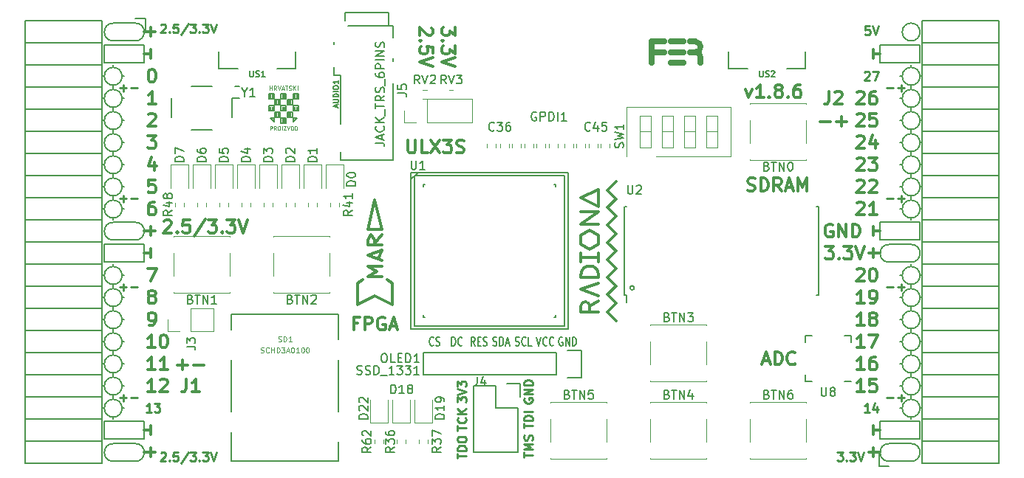
<source format=gto>
G04 #@! TF.GenerationSoftware,KiCad,Pcbnew,5.0.0-rc2-dev-unknown+dfsg1+20180318-2*
G04 #@! TF.CreationDate,2018-05-23T15:33:37+02:00*
G04 #@! TF.ProjectId,ulx3s,756C7833732E6B696361645F70636200,rev?*
G04 #@! TF.SameCoordinates,Original*
G04 #@! TF.FileFunction,Legend,Top*
G04 #@! TF.FilePolarity,Positive*
%FSLAX46Y46*%
G04 Gerber Fmt 4.6, Leading zero omitted, Abs format (unit mm)*
G04 Created by KiCad (PCBNEW 5.0.0-rc2-dev-unknown+dfsg1+20180318-2) date Wed May 23 15:33:37 2018*
%MOMM*%
%LPD*%
G01*
G04 APERTURE LIST*
%ADD10C,0.300000*%
%ADD11C,0.200000*%
%ADD12C,0.250000*%
%ADD13C,0.150000*%
%ADD14C,0.120000*%
%ADD15C,0.700000*%
%ADD16C,0.152400*%
%ADD17C,0.124460*%
%ADD18C,0.075000*%
G04 APERTURE END LIST*
D10*
X134560428Y-62144714D02*
X134560428Y-63073285D01*
X133989000Y-62573285D01*
X133989000Y-62787571D01*
X133917571Y-62930428D01*
X133846142Y-63001857D01*
X133703285Y-63073285D01*
X133346142Y-63073285D01*
X133203285Y-63001857D01*
X133131857Y-62930428D01*
X133060428Y-62787571D01*
X133060428Y-62359000D01*
X133131857Y-62216142D01*
X133203285Y-62144714D01*
X133203285Y-63716142D02*
X133131857Y-63787571D01*
X133060428Y-63716142D01*
X133131857Y-63644714D01*
X133203285Y-63716142D01*
X133060428Y-63716142D01*
X134560428Y-64287571D02*
X134560428Y-65216142D01*
X133989000Y-64716142D01*
X133989000Y-64930428D01*
X133917571Y-65073285D01*
X133846142Y-65144714D01*
X133703285Y-65216142D01*
X133346142Y-65216142D01*
X133203285Y-65144714D01*
X133131857Y-65073285D01*
X133060428Y-64930428D01*
X133060428Y-64501857D01*
X133131857Y-64359000D01*
X133203285Y-64287571D01*
X134560428Y-65644714D02*
X133060428Y-66144714D01*
X134560428Y-66644714D01*
X131877571Y-62216142D02*
X131949000Y-62287571D01*
X132020428Y-62430428D01*
X132020428Y-62787571D01*
X131949000Y-62930428D01*
X131877571Y-63001857D01*
X131734714Y-63073285D01*
X131591857Y-63073285D01*
X131377571Y-63001857D01*
X130520428Y-62144714D01*
X130520428Y-63073285D01*
X130663285Y-63716142D02*
X130591857Y-63787571D01*
X130520428Y-63716142D01*
X130591857Y-63644714D01*
X130663285Y-63716142D01*
X130520428Y-63716142D01*
X132020428Y-65144714D02*
X132020428Y-64430428D01*
X131306142Y-64359000D01*
X131377571Y-64430428D01*
X131449000Y-64573285D01*
X131449000Y-64930428D01*
X131377571Y-65073285D01*
X131306142Y-65144714D01*
X131163285Y-65216142D01*
X130806142Y-65216142D01*
X130663285Y-65144714D01*
X130591857Y-65073285D01*
X130520428Y-64930428D01*
X130520428Y-64573285D01*
X130591857Y-64430428D01*
X130663285Y-64359000D01*
X132020428Y-65644714D02*
X130520428Y-66144714D01*
X132020428Y-66644714D01*
X102760000Y-100897142D02*
X103902857Y-100897142D01*
X103331428Y-101468571D02*
X103331428Y-100325714D01*
X104617142Y-100897142D02*
X105760000Y-100897142D01*
X167847714Y-69226571D02*
X168204857Y-70226571D01*
X168562000Y-69226571D01*
X169919142Y-70226571D02*
X169062000Y-70226571D01*
X169490571Y-70226571D02*
X169490571Y-68726571D01*
X169347714Y-68940857D01*
X169204857Y-69083714D01*
X169062000Y-69155142D01*
X170562000Y-70083714D02*
X170633428Y-70155142D01*
X170562000Y-70226571D01*
X170490571Y-70155142D01*
X170562000Y-70083714D01*
X170562000Y-70226571D01*
X171490571Y-69369428D02*
X171347714Y-69298000D01*
X171276285Y-69226571D01*
X171204857Y-69083714D01*
X171204857Y-69012285D01*
X171276285Y-68869428D01*
X171347714Y-68798000D01*
X171490571Y-68726571D01*
X171776285Y-68726571D01*
X171919142Y-68798000D01*
X171990571Y-68869428D01*
X172062000Y-69012285D01*
X172062000Y-69083714D01*
X171990571Y-69226571D01*
X171919142Y-69298000D01*
X171776285Y-69369428D01*
X171490571Y-69369428D01*
X171347714Y-69440857D01*
X171276285Y-69512285D01*
X171204857Y-69655142D01*
X171204857Y-69940857D01*
X171276285Y-70083714D01*
X171347714Y-70155142D01*
X171490571Y-70226571D01*
X171776285Y-70226571D01*
X171919142Y-70155142D01*
X171990571Y-70083714D01*
X172062000Y-69940857D01*
X172062000Y-69655142D01*
X171990571Y-69512285D01*
X171919142Y-69440857D01*
X171776285Y-69369428D01*
X172704857Y-70083714D02*
X172776285Y-70155142D01*
X172704857Y-70226571D01*
X172633428Y-70155142D01*
X172704857Y-70083714D01*
X172704857Y-70226571D01*
X174062000Y-68726571D02*
X173776285Y-68726571D01*
X173633428Y-68798000D01*
X173562000Y-68869428D01*
X173419142Y-69083714D01*
X173347714Y-69369428D01*
X173347714Y-69940857D01*
X173419142Y-70083714D01*
X173490571Y-70155142D01*
X173633428Y-70226571D01*
X173919142Y-70226571D01*
X174062000Y-70155142D01*
X174133428Y-70083714D01*
X174204857Y-69940857D01*
X174204857Y-69583714D01*
X174133428Y-69440857D01*
X174062000Y-69369428D01*
X173919142Y-69298000D01*
X173633428Y-69298000D01*
X173490571Y-69369428D01*
X173419142Y-69440857D01*
X173347714Y-69583714D01*
X182492000Y-87582000D02*
X182492000Y-88598000D01*
X181984000Y-88090000D02*
X183254000Y-88090000D01*
X182492000Y-110442000D02*
X182492000Y-111458000D01*
X183254000Y-110950000D02*
X181984000Y-110950000D01*
X99688000Y-110442000D02*
X99688000Y-111458000D01*
X98926000Y-110950000D02*
X100196000Y-110950000D01*
X99688000Y-62182000D02*
X99688000Y-63198000D01*
X98926000Y-62690000D02*
X100196000Y-62690000D01*
X99688000Y-85042000D02*
X99688000Y-86058000D01*
X98926000Y-85550000D02*
X100196000Y-85550000D01*
D11*
X97910000Y-63706000D02*
G75*
G03X97910000Y-61674000I0J1016000D01*
G01*
X184270000Y-109934000D02*
G75*
G03X184270000Y-111966000I0J-1016000D01*
G01*
X95370000Y-111966000D02*
X97910000Y-111966000D01*
X95370000Y-109934000D02*
X97910000Y-109934000D01*
X97910000Y-111966000D02*
G75*
G03X97910000Y-109934000I0J1016000D01*
G01*
X95370000Y-109934000D02*
G75*
G03X95370000Y-111966000I0J-1016000D01*
G01*
X95370000Y-61674000D02*
X97910000Y-61674000D01*
X95370000Y-63706000D02*
X97910000Y-63706000D01*
X95370000Y-61674000D02*
G75*
G03X95370000Y-63706000I0J-1016000D01*
G01*
X95370000Y-84534000D02*
X97910000Y-84534000D01*
X95370000Y-86566000D02*
X97910000Y-86566000D01*
X95370000Y-84534000D02*
G75*
G03X95370000Y-86566000I0J-1016000D01*
G01*
X97910000Y-86566000D02*
G75*
G03X97910000Y-84534000I0J1016000D01*
G01*
X187826000Y-62690000D02*
G75*
G03X187826000Y-62690000I-1016000J0D01*
G01*
X184270000Y-89106000D02*
X186810000Y-89106000D01*
X184270000Y-87074000D02*
X186810000Y-87074000D01*
X184270000Y-87074000D02*
G75*
G03X184270000Y-89106000I0J-1016000D01*
G01*
X186810000Y-89106000D02*
G75*
G03X186810000Y-87074000I0J1016000D01*
G01*
X186810000Y-111966000D02*
X184270000Y-111966000D01*
X186810000Y-109934000D02*
X184270000Y-109934000D01*
X186810000Y-111966000D02*
G75*
G03X186810000Y-109934000I0J1016000D01*
G01*
X94354000Y-66246000D02*
X94354000Y-64214000D01*
X98926000Y-66246000D02*
X94354000Y-66246000D01*
X98926000Y-64214000D02*
X98926000Y-66246000D01*
X94354000Y-64214000D02*
X98926000Y-64214000D01*
X94354000Y-87074000D02*
X98926000Y-87074000D01*
X94354000Y-89106000D02*
X94354000Y-87074000D01*
X98926000Y-89106000D02*
X94354000Y-89106000D01*
X98926000Y-87074000D02*
X98926000Y-89106000D01*
X94354000Y-109426000D02*
X98926000Y-109426000D01*
X94354000Y-107394000D02*
X94354000Y-109426000D01*
X98926000Y-107394000D02*
X94354000Y-107394000D01*
X98926000Y-109426000D02*
X98926000Y-107394000D01*
X183254000Y-109426000D02*
X187826000Y-109426000D01*
X183254000Y-107394000D02*
X183254000Y-109426000D01*
X187826000Y-107394000D02*
X187826000Y-109426000D01*
X183254000Y-107394000D02*
X187826000Y-107394000D01*
X183254000Y-66246000D02*
X187826000Y-66246000D01*
X183254000Y-64214000D02*
X183254000Y-66246000D01*
X187826000Y-64214000D02*
X183254000Y-64214000D01*
X187826000Y-66246000D02*
X187826000Y-64214000D01*
X183254000Y-84534000D02*
X187826000Y-84534000D01*
X183254000Y-86566000D02*
X183254000Y-84534000D01*
X187826000Y-86566000D02*
X183254000Y-86566000D01*
X187826000Y-84534000D02*
X187826000Y-86566000D01*
D12*
X96148000Y-69111428D02*
X96909904Y-69111428D01*
X96528952Y-69492380D02*
X96528952Y-68730476D01*
X97386095Y-69111428D02*
X98148000Y-69111428D01*
X96148000Y-81811428D02*
X96909904Y-81811428D01*
X96528952Y-82192380D02*
X96528952Y-81430476D01*
X97386095Y-81811428D02*
X98148000Y-81811428D01*
X96148000Y-91971428D02*
X96909904Y-91971428D01*
X96528952Y-92352380D02*
X96528952Y-91590476D01*
X97386095Y-91971428D02*
X98148000Y-91971428D01*
X96148000Y-104671428D02*
X96909904Y-104671428D01*
X96528952Y-105052380D02*
X96528952Y-104290476D01*
X97386095Y-104671428D02*
X98148000Y-104671428D01*
X184032000Y-104671428D02*
X184793904Y-104671428D01*
X185270095Y-104671428D02*
X186032000Y-104671428D01*
X185651047Y-105052380D02*
X185651047Y-104290476D01*
X184032000Y-91971428D02*
X184793904Y-91971428D01*
X185270095Y-91971428D02*
X186032000Y-91971428D01*
X185651047Y-92352380D02*
X185651047Y-91590476D01*
X184032000Y-81811428D02*
X184793904Y-81811428D01*
X185270095Y-81811428D02*
X186032000Y-81811428D01*
X185651047Y-82192380D02*
X185651047Y-81430476D01*
X184032000Y-69111428D02*
X184793904Y-69111428D01*
X185270095Y-69111428D02*
X186032000Y-69111428D01*
X185651047Y-69492380D02*
X185651047Y-68730476D01*
D10*
X176420000Y-72957142D02*
X177562857Y-72957142D01*
X178277142Y-72957142D02*
X179420000Y-72957142D01*
X178848571Y-73528571D02*
X178848571Y-72385714D01*
D11*
X187826000Y-67770000D02*
G75*
G03X187826000Y-67770000I-1016000J0D01*
G01*
X187826000Y-70310000D02*
G75*
G03X187826000Y-70310000I-1016000J0D01*
G01*
X187826000Y-72850000D02*
G75*
G03X187826000Y-72850000I-1016000J0D01*
G01*
X187826000Y-75390000D02*
G75*
G03X187826000Y-75390000I-1016000J0D01*
G01*
X187826000Y-77930000D02*
G75*
G03X187826000Y-77930000I-1016000J0D01*
G01*
X187826000Y-80470000D02*
G75*
G03X187826000Y-80470000I-1016000J0D01*
G01*
X187826000Y-83010000D02*
G75*
G03X187826000Y-83010000I-1016000J0D01*
G01*
X187826000Y-90630000D02*
G75*
G03X187826000Y-90630000I-1016000J0D01*
G01*
X187826000Y-93170000D02*
G75*
G03X187826000Y-93170000I-1016000J0D01*
G01*
X187826000Y-95710000D02*
G75*
G03X187826000Y-95710000I-1016000J0D01*
G01*
X187826000Y-98250000D02*
G75*
G03X187826000Y-98250000I-1016000J0D01*
G01*
X187826000Y-100790000D02*
G75*
G03X187826000Y-100790000I-1016000J0D01*
G01*
X187826000Y-103330000D02*
G75*
G03X187826000Y-103330000I-1016000J0D01*
G01*
X187826000Y-105870000D02*
G75*
G03X187826000Y-105870000I-1016000J0D01*
G01*
X96386000Y-105870000D02*
G75*
G03X96386000Y-105870000I-1016000J0D01*
G01*
X96386000Y-103330000D02*
G75*
G03X96386000Y-103330000I-1016000J0D01*
G01*
X96386000Y-100790000D02*
G75*
G03X96386000Y-100790000I-1016000J0D01*
G01*
X96386000Y-98250000D02*
G75*
G03X96386000Y-98250000I-1016000J0D01*
G01*
X96386000Y-95710000D02*
G75*
G03X96386000Y-95710000I-1016000J0D01*
G01*
X96386000Y-93170000D02*
G75*
G03X96386000Y-93170000I-1016000J0D01*
G01*
X96386000Y-90630000D02*
G75*
G03X96386000Y-90630000I-1016000J0D01*
G01*
X96386000Y-83010000D02*
G75*
G03X96386000Y-83010000I-1016000J0D01*
G01*
X96386000Y-80470000D02*
G75*
G03X96386000Y-80470000I-1016000J0D01*
G01*
X96386000Y-77930000D02*
G75*
G03X96386000Y-77930000I-1016000J0D01*
G01*
X96386000Y-75390000D02*
G75*
G03X96386000Y-75390000I-1016000J0D01*
G01*
X96386000Y-72850000D02*
G75*
G03X96386000Y-72850000I-1016000J0D01*
G01*
X96386000Y-70310000D02*
G75*
G03X96386000Y-70310000I-1016000J0D01*
G01*
X96386000Y-67770000D02*
G75*
G03X96386000Y-67770000I-1016000J0D01*
G01*
D10*
X177793142Y-84800000D02*
X177650285Y-84728571D01*
X177436000Y-84728571D01*
X177221714Y-84800000D01*
X177078857Y-84942857D01*
X177007428Y-85085714D01*
X176936000Y-85371428D01*
X176936000Y-85585714D01*
X177007428Y-85871428D01*
X177078857Y-86014285D01*
X177221714Y-86157142D01*
X177436000Y-86228571D01*
X177578857Y-86228571D01*
X177793142Y-86157142D01*
X177864571Y-86085714D01*
X177864571Y-85585714D01*
X177578857Y-85585714D01*
X178507428Y-86228571D02*
X178507428Y-84728571D01*
X179364571Y-86228571D01*
X179364571Y-84728571D01*
X180078857Y-86228571D02*
X180078857Y-84728571D01*
X180436000Y-84728571D01*
X180650285Y-84800000D01*
X180793142Y-84942857D01*
X180864571Y-85085714D01*
X180936000Y-85371428D01*
X180936000Y-85585714D01*
X180864571Y-85871428D01*
X180793142Y-86014285D01*
X180650285Y-86157142D01*
X180436000Y-86228571D01*
X180078857Y-86228571D01*
X182492000Y-86058000D02*
X182492000Y-85042000D01*
X183254000Y-85550000D02*
X182492000Y-85550000D01*
X182492000Y-107902000D02*
X182492000Y-108918000D01*
X182492000Y-108410000D02*
X183254000Y-108410000D01*
D12*
X182047523Y-106322380D02*
X181476095Y-106322380D01*
X181761809Y-106322380D02*
X181761809Y-105322380D01*
X181666571Y-105465238D01*
X181571333Y-105560476D01*
X181476095Y-105608095D01*
X182904666Y-105655714D02*
X182904666Y-106322380D01*
X182666571Y-105274761D02*
X182428476Y-105989047D01*
X183047523Y-105989047D01*
X181476095Y-67317619D02*
X181523714Y-67270000D01*
X181618952Y-67222380D01*
X181857047Y-67222380D01*
X181952285Y-67270000D01*
X181999904Y-67317619D01*
X182047523Y-67412857D01*
X182047523Y-67508095D01*
X181999904Y-67650952D01*
X181428476Y-68222380D01*
X182047523Y-68222380D01*
X182380857Y-67222380D02*
X183047523Y-67222380D01*
X182618952Y-68222380D01*
D10*
X182492000Y-64722000D02*
X182492000Y-65738000D01*
X182492000Y-65230000D02*
X183254000Y-65230000D01*
X99688000Y-107902000D02*
X99688000Y-108918000D01*
X98926000Y-108410000D02*
X99688000Y-108410000D01*
X99315000Y-74568571D02*
X100243571Y-74568571D01*
X99743571Y-75140000D01*
X99957857Y-75140000D01*
X100100714Y-75211428D01*
X100172142Y-75282857D01*
X100243571Y-75425714D01*
X100243571Y-75782857D01*
X100172142Y-75925714D01*
X100100714Y-75997142D01*
X99957857Y-76068571D01*
X99529285Y-76068571D01*
X99386428Y-75997142D01*
X99315000Y-75925714D01*
X100100714Y-77608571D02*
X100100714Y-78608571D01*
X99743571Y-77037142D02*
X99386428Y-78108571D01*
X100315000Y-78108571D01*
X100172142Y-79648571D02*
X99457857Y-79648571D01*
X99386428Y-80362857D01*
X99457857Y-80291428D01*
X99600714Y-80220000D01*
X99957857Y-80220000D01*
X100100714Y-80291428D01*
X100172142Y-80362857D01*
X100243571Y-80505714D01*
X100243571Y-80862857D01*
X100172142Y-81005714D01*
X100100714Y-81077142D01*
X99957857Y-81148571D01*
X99600714Y-81148571D01*
X99457857Y-81077142D01*
X99386428Y-81005714D01*
D12*
X99751523Y-106322380D02*
X99180095Y-106322380D01*
X99465809Y-106322380D02*
X99465809Y-105322380D01*
X99370571Y-105465238D01*
X99275333Y-105560476D01*
X99180095Y-105608095D01*
X100084857Y-105322380D02*
X100703904Y-105322380D01*
X100370571Y-105703333D01*
X100513428Y-105703333D01*
X100608666Y-105750952D01*
X100656285Y-105798571D01*
X100703904Y-105893809D01*
X100703904Y-106131904D01*
X100656285Y-106227142D01*
X100608666Y-106274761D01*
X100513428Y-106322380D01*
X100227714Y-106322380D01*
X100132476Y-106274761D01*
X100084857Y-106227142D01*
D10*
X99315000Y-89808571D02*
X100315000Y-89808571D01*
X99672142Y-91308571D01*
X99688000Y-87582000D02*
X99688000Y-88598000D01*
X98926000Y-88090000D02*
X99688000Y-88090000D01*
X99688000Y-64722000D02*
X99688000Y-65738000D01*
X98926000Y-65230000D02*
X99688000Y-65230000D01*
D12*
X100817976Y-61874619D02*
X100865595Y-61827000D01*
X100960833Y-61779380D01*
X101198928Y-61779380D01*
X101294166Y-61827000D01*
X101341785Y-61874619D01*
X101389404Y-61969857D01*
X101389404Y-62065095D01*
X101341785Y-62207952D01*
X100770357Y-62779380D01*
X101389404Y-62779380D01*
X101817976Y-62684142D02*
X101865595Y-62731761D01*
X101817976Y-62779380D01*
X101770357Y-62731761D01*
X101817976Y-62684142D01*
X101817976Y-62779380D01*
X102770357Y-61779380D02*
X102294166Y-61779380D01*
X102246547Y-62255571D01*
X102294166Y-62207952D01*
X102389404Y-62160333D01*
X102627500Y-62160333D01*
X102722738Y-62207952D01*
X102770357Y-62255571D01*
X102817976Y-62350809D01*
X102817976Y-62588904D01*
X102770357Y-62684142D01*
X102722738Y-62731761D01*
X102627500Y-62779380D01*
X102389404Y-62779380D01*
X102294166Y-62731761D01*
X102246547Y-62684142D01*
X103960833Y-61731761D02*
X103103690Y-63017476D01*
X104198928Y-61779380D02*
X104817976Y-61779380D01*
X104484642Y-62160333D01*
X104627500Y-62160333D01*
X104722738Y-62207952D01*
X104770357Y-62255571D01*
X104817976Y-62350809D01*
X104817976Y-62588904D01*
X104770357Y-62684142D01*
X104722738Y-62731761D01*
X104627500Y-62779380D01*
X104341785Y-62779380D01*
X104246547Y-62731761D01*
X104198928Y-62684142D01*
X105246547Y-62684142D02*
X105294166Y-62731761D01*
X105246547Y-62779380D01*
X105198928Y-62731761D01*
X105246547Y-62684142D01*
X105246547Y-62779380D01*
X105627500Y-61779380D02*
X106246547Y-61779380D01*
X105913214Y-62160333D01*
X106056071Y-62160333D01*
X106151309Y-62207952D01*
X106198928Y-62255571D01*
X106246547Y-62350809D01*
X106246547Y-62588904D01*
X106198928Y-62684142D01*
X106151309Y-62731761D01*
X106056071Y-62779380D01*
X105770357Y-62779380D01*
X105675119Y-62731761D01*
X105627500Y-62684142D01*
X106532261Y-61779380D02*
X106865595Y-62779380D01*
X107198928Y-61779380D01*
X178360261Y-110910380D02*
X178979309Y-110910380D01*
X178645976Y-111291333D01*
X178788833Y-111291333D01*
X178884071Y-111338952D01*
X178931690Y-111386571D01*
X178979309Y-111481809D01*
X178979309Y-111719904D01*
X178931690Y-111815142D01*
X178884071Y-111862761D01*
X178788833Y-111910380D01*
X178503119Y-111910380D01*
X178407880Y-111862761D01*
X178360261Y-111815142D01*
X179407880Y-111815142D02*
X179455500Y-111862761D01*
X179407880Y-111910380D01*
X179360261Y-111862761D01*
X179407880Y-111815142D01*
X179407880Y-111910380D01*
X179788833Y-110910380D02*
X180407880Y-110910380D01*
X180074547Y-111291333D01*
X180217404Y-111291333D01*
X180312642Y-111338952D01*
X180360261Y-111386571D01*
X180407880Y-111481809D01*
X180407880Y-111719904D01*
X180360261Y-111815142D01*
X180312642Y-111862761D01*
X180217404Y-111910380D01*
X179931690Y-111910380D01*
X179836452Y-111862761D01*
X179788833Y-111815142D01*
X180693595Y-110910380D02*
X181026928Y-111910380D01*
X181360261Y-110910380D01*
D10*
X101199714Y-84381428D02*
X101271142Y-84310000D01*
X101414000Y-84238571D01*
X101771142Y-84238571D01*
X101914000Y-84310000D01*
X101985428Y-84381428D01*
X102056857Y-84524285D01*
X102056857Y-84667142D01*
X101985428Y-84881428D01*
X101128285Y-85738571D01*
X102056857Y-85738571D01*
X102699714Y-85595714D02*
X102771142Y-85667142D01*
X102699714Y-85738571D01*
X102628285Y-85667142D01*
X102699714Y-85595714D01*
X102699714Y-85738571D01*
X104128285Y-84238571D02*
X103414000Y-84238571D01*
X103342571Y-84952857D01*
X103414000Y-84881428D01*
X103556857Y-84810000D01*
X103914000Y-84810000D01*
X104056857Y-84881428D01*
X104128285Y-84952857D01*
X104199714Y-85095714D01*
X104199714Y-85452857D01*
X104128285Y-85595714D01*
X104056857Y-85667142D01*
X103914000Y-85738571D01*
X103556857Y-85738571D01*
X103414000Y-85667142D01*
X103342571Y-85595714D01*
X105914000Y-84167142D02*
X104628285Y-86095714D01*
X106271142Y-84238571D02*
X107199714Y-84238571D01*
X106699714Y-84810000D01*
X106914000Y-84810000D01*
X107056857Y-84881428D01*
X107128285Y-84952857D01*
X107199714Y-85095714D01*
X107199714Y-85452857D01*
X107128285Y-85595714D01*
X107056857Y-85667142D01*
X106914000Y-85738571D01*
X106485428Y-85738571D01*
X106342571Y-85667142D01*
X106271142Y-85595714D01*
X107842571Y-85595714D02*
X107914000Y-85667142D01*
X107842571Y-85738571D01*
X107771142Y-85667142D01*
X107842571Y-85595714D01*
X107842571Y-85738571D01*
X108414000Y-84238571D02*
X109342571Y-84238571D01*
X108842571Y-84810000D01*
X109056857Y-84810000D01*
X109199714Y-84881428D01*
X109271142Y-84952857D01*
X109342571Y-85095714D01*
X109342571Y-85452857D01*
X109271142Y-85595714D01*
X109199714Y-85667142D01*
X109056857Y-85738571D01*
X108628285Y-85738571D01*
X108485428Y-85667142D01*
X108414000Y-85595714D01*
X109771142Y-84238571D02*
X110271142Y-85738571D01*
X110771142Y-84238571D01*
D12*
X100817976Y-111023619D02*
X100865595Y-110976000D01*
X100960833Y-110928380D01*
X101198928Y-110928380D01*
X101294166Y-110976000D01*
X101341785Y-111023619D01*
X101389404Y-111118857D01*
X101389404Y-111214095D01*
X101341785Y-111356952D01*
X100770357Y-111928380D01*
X101389404Y-111928380D01*
X101817976Y-111833142D02*
X101865595Y-111880761D01*
X101817976Y-111928380D01*
X101770357Y-111880761D01*
X101817976Y-111833142D01*
X101817976Y-111928380D01*
X102770357Y-110928380D02*
X102294166Y-110928380D01*
X102246547Y-111404571D01*
X102294166Y-111356952D01*
X102389404Y-111309333D01*
X102627500Y-111309333D01*
X102722738Y-111356952D01*
X102770357Y-111404571D01*
X102817976Y-111499809D01*
X102817976Y-111737904D01*
X102770357Y-111833142D01*
X102722738Y-111880761D01*
X102627500Y-111928380D01*
X102389404Y-111928380D01*
X102294166Y-111880761D01*
X102246547Y-111833142D01*
X103960833Y-110880761D02*
X103103690Y-112166476D01*
X104198928Y-110928380D02*
X104817976Y-110928380D01*
X104484642Y-111309333D01*
X104627500Y-111309333D01*
X104722738Y-111356952D01*
X104770357Y-111404571D01*
X104817976Y-111499809D01*
X104817976Y-111737904D01*
X104770357Y-111833142D01*
X104722738Y-111880761D01*
X104627500Y-111928380D01*
X104341785Y-111928380D01*
X104246547Y-111880761D01*
X104198928Y-111833142D01*
X105246547Y-111833142D02*
X105294166Y-111880761D01*
X105246547Y-111928380D01*
X105198928Y-111880761D01*
X105246547Y-111833142D01*
X105246547Y-111928380D01*
X105627500Y-110928380D02*
X106246547Y-110928380D01*
X105913214Y-111309333D01*
X106056071Y-111309333D01*
X106151309Y-111356952D01*
X106198928Y-111404571D01*
X106246547Y-111499809D01*
X106246547Y-111737904D01*
X106198928Y-111833142D01*
X106151309Y-111880761D01*
X106056071Y-111928380D01*
X105770357Y-111928380D01*
X105675119Y-111880761D01*
X105627500Y-111833142D01*
X106532261Y-110928380D02*
X106865595Y-111928380D01*
X107198928Y-110928380D01*
X182047523Y-62015380D02*
X181571333Y-62015380D01*
X181523714Y-62491571D01*
X181571333Y-62443952D01*
X181666571Y-62396333D01*
X181904666Y-62396333D01*
X181999904Y-62443952D01*
X182047523Y-62491571D01*
X182095142Y-62586809D01*
X182095142Y-62824904D01*
X182047523Y-62920142D01*
X181999904Y-62967761D01*
X181904666Y-63015380D01*
X181666571Y-63015380D01*
X181571333Y-62967761D01*
X181523714Y-62920142D01*
X182380857Y-62015380D02*
X182714190Y-63015380D01*
X183047523Y-62015380D01*
D10*
X180587142Y-69631428D02*
X180658571Y-69560000D01*
X180801428Y-69488571D01*
X181158571Y-69488571D01*
X181301428Y-69560000D01*
X181372857Y-69631428D01*
X181444285Y-69774285D01*
X181444285Y-69917142D01*
X181372857Y-70131428D01*
X180515714Y-70988571D01*
X181444285Y-70988571D01*
X182730000Y-69488571D02*
X182444285Y-69488571D01*
X182301428Y-69560000D01*
X182230000Y-69631428D01*
X182087142Y-69845714D01*
X182015714Y-70131428D01*
X182015714Y-70702857D01*
X182087142Y-70845714D01*
X182158571Y-70917142D01*
X182301428Y-70988571D01*
X182587142Y-70988571D01*
X182730000Y-70917142D01*
X182801428Y-70845714D01*
X182872857Y-70702857D01*
X182872857Y-70345714D01*
X182801428Y-70202857D01*
X182730000Y-70131428D01*
X182587142Y-70060000D01*
X182301428Y-70060000D01*
X182158571Y-70131428D01*
X182087142Y-70202857D01*
X182015714Y-70345714D01*
X180587142Y-72171428D02*
X180658571Y-72100000D01*
X180801428Y-72028571D01*
X181158571Y-72028571D01*
X181301428Y-72100000D01*
X181372857Y-72171428D01*
X181444285Y-72314285D01*
X181444285Y-72457142D01*
X181372857Y-72671428D01*
X180515714Y-73528571D01*
X181444285Y-73528571D01*
X182801428Y-72028571D02*
X182087142Y-72028571D01*
X182015714Y-72742857D01*
X182087142Y-72671428D01*
X182230000Y-72600000D01*
X182587142Y-72600000D01*
X182730000Y-72671428D01*
X182801428Y-72742857D01*
X182872857Y-72885714D01*
X182872857Y-73242857D01*
X182801428Y-73385714D01*
X182730000Y-73457142D01*
X182587142Y-73528571D01*
X182230000Y-73528571D01*
X182087142Y-73457142D01*
X182015714Y-73385714D01*
X180587142Y-74711428D02*
X180658571Y-74640000D01*
X180801428Y-74568571D01*
X181158571Y-74568571D01*
X181301428Y-74640000D01*
X181372857Y-74711428D01*
X181444285Y-74854285D01*
X181444285Y-74997142D01*
X181372857Y-75211428D01*
X180515714Y-76068571D01*
X181444285Y-76068571D01*
X182730000Y-75068571D02*
X182730000Y-76068571D01*
X182372857Y-74497142D02*
X182015714Y-75568571D01*
X182944285Y-75568571D01*
X180587142Y-77251428D02*
X180658571Y-77180000D01*
X180801428Y-77108571D01*
X181158571Y-77108571D01*
X181301428Y-77180000D01*
X181372857Y-77251428D01*
X181444285Y-77394285D01*
X181444285Y-77537142D01*
X181372857Y-77751428D01*
X180515714Y-78608571D01*
X181444285Y-78608571D01*
X181944285Y-77108571D02*
X182872857Y-77108571D01*
X182372857Y-77680000D01*
X182587142Y-77680000D01*
X182730000Y-77751428D01*
X182801428Y-77822857D01*
X182872857Y-77965714D01*
X182872857Y-78322857D01*
X182801428Y-78465714D01*
X182730000Y-78537142D01*
X182587142Y-78608571D01*
X182158571Y-78608571D01*
X182015714Y-78537142D01*
X181944285Y-78465714D01*
X180587142Y-79791428D02*
X180658571Y-79720000D01*
X180801428Y-79648571D01*
X181158571Y-79648571D01*
X181301428Y-79720000D01*
X181372857Y-79791428D01*
X181444285Y-79934285D01*
X181444285Y-80077142D01*
X181372857Y-80291428D01*
X180515714Y-81148571D01*
X181444285Y-81148571D01*
X182015714Y-79791428D02*
X182087142Y-79720000D01*
X182230000Y-79648571D01*
X182587142Y-79648571D01*
X182730000Y-79720000D01*
X182801428Y-79791428D01*
X182872857Y-79934285D01*
X182872857Y-80077142D01*
X182801428Y-80291428D01*
X181944285Y-81148571D01*
X182872857Y-81148571D01*
X180587142Y-82331428D02*
X180658571Y-82260000D01*
X180801428Y-82188571D01*
X181158571Y-82188571D01*
X181301428Y-82260000D01*
X181372857Y-82331428D01*
X181444285Y-82474285D01*
X181444285Y-82617142D01*
X181372857Y-82831428D01*
X180515714Y-83688571D01*
X181444285Y-83688571D01*
X182872857Y-83688571D02*
X182015714Y-83688571D01*
X182444285Y-83688571D02*
X182444285Y-82188571D01*
X182301428Y-82402857D01*
X182158571Y-82545714D01*
X182015714Y-82617142D01*
X176975714Y-87268571D02*
X177904285Y-87268571D01*
X177404285Y-87840000D01*
X177618571Y-87840000D01*
X177761428Y-87911428D01*
X177832857Y-87982857D01*
X177904285Y-88125714D01*
X177904285Y-88482857D01*
X177832857Y-88625714D01*
X177761428Y-88697142D01*
X177618571Y-88768571D01*
X177190000Y-88768571D01*
X177047142Y-88697142D01*
X176975714Y-88625714D01*
X178547142Y-88625714D02*
X178618571Y-88697142D01*
X178547142Y-88768571D01*
X178475714Y-88697142D01*
X178547142Y-88625714D01*
X178547142Y-88768571D01*
X179118571Y-87268571D02*
X180047142Y-87268571D01*
X179547142Y-87840000D01*
X179761428Y-87840000D01*
X179904285Y-87911428D01*
X179975714Y-87982857D01*
X180047142Y-88125714D01*
X180047142Y-88482857D01*
X179975714Y-88625714D01*
X179904285Y-88697142D01*
X179761428Y-88768571D01*
X179332857Y-88768571D01*
X179190000Y-88697142D01*
X179118571Y-88625714D01*
X180475714Y-87268571D02*
X180975714Y-88768571D01*
X181475714Y-87268571D01*
X180587142Y-89951428D02*
X180658571Y-89880000D01*
X180801428Y-89808571D01*
X181158571Y-89808571D01*
X181301428Y-89880000D01*
X181372857Y-89951428D01*
X181444285Y-90094285D01*
X181444285Y-90237142D01*
X181372857Y-90451428D01*
X180515714Y-91308571D01*
X181444285Y-91308571D01*
X182372857Y-89808571D02*
X182515714Y-89808571D01*
X182658571Y-89880000D01*
X182730000Y-89951428D01*
X182801428Y-90094285D01*
X182872857Y-90380000D01*
X182872857Y-90737142D01*
X182801428Y-91022857D01*
X182730000Y-91165714D01*
X182658571Y-91237142D01*
X182515714Y-91308571D01*
X182372857Y-91308571D01*
X182230000Y-91237142D01*
X182158571Y-91165714D01*
X182087142Y-91022857D01*
X182015714Y-90737142D01*
X182015714Y-90380000D01*
X182087142Y-90094285D01*
X182158571Y-89951428D01*
X182230000Y-89880000D01*
X182372857Y-89808571D01*
X181444285Y-93848571D02*
X180587142Y-93848571D01*
X181015714Y-93848571D02*
X181015714Y-92348571D01*
X180872857Y-92562857D01*
X180730000Y-92705714D01*
X180587142Y-92777142D01*
X182158571Y-93848571D02*
X182444285Y-93848571D01*
X182587142Y-93777142D01*
X182658571Y-93705714D01*
X182801428Y-93491428D01*
X182872857Y-93205714D01*
X182872857Y-92634285D01*
X182801428Y-92491428D01*
X182730000Y-92420000D01*
X182587142Y-92348571D01*
X182301428Y-92348571D01*
X182158571Y-92420000D01*
X182087142Y-92491428D01*
X182015714Y-92634285D01*
X182015714Y-92991428D01*
X182087142Y-93134285D01*
X182158571Y-93205714D01*
X182301428Y-93277142D01*
X182587142Y-93277142D01*
X182730000Y-93205714D01*
X182801428Y-93134285D01*
X182872857Y-92991428D01*
X181444285Y-96388571D02*
X180587142Y-96388571D01*
X181015714Y-96388571D02*
X181015714Y-94888571D01*
X180872857Y-95102857D01*
X180730000Y-95245714D01*
X180587142Y-95317142D01*
X182301428Y-95531428D02*
X182158571Y-95460000D01*
X182087142Y-95388571D01*
X182015714Y-95245714D01*
X182015714Y-95174285D01*
X182087142Y-95031428D01*
X182158571Y-94960000D01*
X182301428Y-94888571D01*
X182587142Y-94888571D01*
X182730000Y-94960000D01*
X182801428Y-95031428D01*
X182872857Y-95174285D01*
X182872857Y-95245714D01*
X182801428Y-95388571D01*
X182730000Y-95460000D01*
X182587142Y-95531428D01*
X182301428Y-95531428D01*
X182158571Y-95602857D01*
X182087142Y-95674285D01*
X182015714Y-95817142D01*
X182015714Y-96102857D01*
X182087142Y-96245714D01*
X182158571Y-96317142D01*
X182301428Y-96388571D01*
X182587142Y-96388571D01*
X182730000Y-96317142D01*
X182801428Y-96245714D01*
X182872857Y-96102857D01*
X182872857Y-95817142D01*
X182801428Y-95674285D01*
X182730000Y-95602857D01*
X182587142Y-95531428D01*
X181444285Y-98928571D02*
X180587142Y-98928571D01*
X181015714Y-98928571D02*
X181015714Y-97428571D01*
X180872857Y-97642857D01*
X180730000Y-97785714D01*
X180587142Y-97857142D01*
X181944285Y-97428571D02*
X182944285Y-97428571D01*
X182301428Y-98928571D01*
X181444285Y-101468571D02*
X180587142Y-101468571D01*
X181015714Y-101468571D02*
X181015714Y-99968571D01*
X180872857Y-100182857D01*
X180730000Y-100325714D01*
X180587142Y-100397142D01*
X182730000Y-99968571D02*
X182444285Y-99968571D01*
X182301428Y-100040000D01*
X182230000Y-100111428D01*
X182087142Y-100325714D01*
X182015714Y-100611428D01*
X182015714Y-101182857D01*
X182087142Y-101325714D01*
X182158571Y-101397142D01*
X182301428Y-101468571D01*
X182587142Y-101468571D01*
X182730000Y-101397142D01*
X182801428Y-101325714D01*
X182872857Y-101182857D01*
X182872857Y-100825714D01*
X182801428Y-100682857D01*
X182730000Y-100611428D01*
X182587142Y-100540000D01*
X182301428Y-100540000D01*
X182158571Y-100611428D01*
X182087142Y-100682857D01*
X182015714Y-100825714D01*
X181444285Y-104008571D02*
X180587142Y-104008571D01*
X181015714Y-104008571D02*
X181015714Y-102508571D01*
X180872857Y-102722857D01*
X180730000Y-102865714D01*
X180587142Y-102937142D01*
X182801428Y-102508571D02*
X182087142Y-102508571D01*
X182015714Y-103222857D01*
X182087142Y-103151428D01*
X182230000Y-103080000D01*
X182587142Y-103080000D01*
X182730000Y-103151428D01*
X182801428Y-103222857D01*
X182872857Y-103365714D01*
X182872857Y-103722857D01*
X182801428Y-103865714D01*
X182730000Y-103937142D01*
X182587142Y-104008571D01*
X182230000Y-104008571D01*
X182087142Y-103937142D01*
X182015714Y-103865714D01*
D11*
X186810000Y-66500000D02*
X186810000Y-66754000D01*
X187826000Y-67770000D02*
X188080000Y-67770000D01*
X185540000Y-67770000D02*
X185794000Y-67770000D01*
X186810000Y-69294000D02*
X186810000Y-68786000D01*
X187826000Y-70310000D02*
X188080000Y-70310000D01*
X185540000Y-70310000D02*
X185794000Y-70310000D01*
X186810000Y-71326000D02*
X186810000Y-71834000D01*
X187826000Y-72850000D02*
X188080000Y-72850000D01*
X185540000Y-72850000D02*
X185794000Y-72850000D01*
X186810000Y-73866000D02*
X186810000Y-74374000D01*
X187826000Y-75390000D02*
X188080000Y-75390000D01*
X185540000Y-75390000D02*
X185794000Y-75390000D01*
X186810000Y-76406000D02*
X186810000Y-76914000D01*
X187826000Y-77930000D02*
X188080000Y-77930000D01*
X185540000Y-77930000D02*
X185794000Y-77930000D01*
X186810000Y-79454000D02*
X186810000Y-78946000D01*
X187826000Y-80470000D02*
X188080000Y-80470000D01*
X185540000Y-80470000D02*
X185794000Y-80470000D01*
X186810000Y-81994000D02*
X186810000Y-81486000D01*
X187826000Y-83010000D02*
X188080000Y-83010000D01*
X185540000Y-83010000D02*
X185794000Y-83010000D01*
X186810000Y-84026000D02*
X186810000Y-84280000D01*
X186810000Y-89360000D02*
X186810000Y-89614000D01*
X187826000Y-90630000D02*
X188080000Y-90630000D01*
X185540000Y-90630000D02*
X185794000Y-90630000D01*
X186810000Y-91646000D02*
X186810000Y-92154000D01*
X187826000Y-93170000D02*
X188080000Y-93170000D01*
X185540000Y-93170000D02*
X185794000Y-93170000D01*
X186810000Y-94186000D02*
X186810000Y-94694000D01*
X187826000Y-95710000D02*
X188080000Y-95710000D01*
X185540000Y-95710000D02*
X185794000Y-95710000D01*
X186810000Y-97234000D02*
X186810000Y-96726000D01*
X187826000Y-98250000D02*
X188080000Y-98250000D01*
X185540000Y-98250000D02*
X185794000Y-98250000D01*
X187826000Y-100790000D02*
X188080000Y-100790000D01*
X185540000Y-100790000D02*
X185794000Y-100790000D01*
X186810000Y-99266000D02*
X186810000Y-99774000D01*
X186810000Y-102314000D02*
X186810000Y-101806000D01*
X187826000Y-103330000D02*
X188080000Y-103330000D01*
X185540000Y-103330000D02*
X185794000Y-103330000D01*
X186810000Y-104346000D02*
X186810000Y-104854000D01*
X185540000Y-105870000D02*
X185794000Y-105870000D01*
X187826000Y-105870000D02*
X188080000Y-105870000D01*
X186810000Y-106886000D02*
X186810000Y-107140000D01*
X95370000Y-66754000D02*
X95370000Y-66500000D01*
X96386000Y-67770000D02*
X96640000Y-67770000D01*
X94100000Y-67770000D02*
X94354000Y-67770000D01*
X95370000Y-68786000D02*
X95370000Y-69294000D01*
X96386000Y-70310000D02*
X96640000Y-70310000D01*
X94100000Y-70310000D02*
X94354000Y-70310000D01*
X95370000Y-71326000D02*
X95370000Y-71834000D01*
X96386000Y-72850000D02*
X96640000Y-72850000D01*
X94100000Y-72850000D02*
X94354000Y-72850000D01*
X95370000Y-73866000D02*
X95370000Y-74374000D01*
X96386000Y-75390000D02*
X96640000Y-75390000D01*
X95370000Y-76406000D02*
X95370000Y-76914000D01*
X96386000Y-77930000D02*
X96640000Y-77930000D01*
X94100000Y-77930000D02*
X94354000Y-77930000D01*
X95370000Y-79454000D02*
X95370000Y-78946000D01*
X96386000Y-80470000D02*
X96640000Y-80470000D01*
X94100000Y-80470000D02*
X94354000Y-80470000D01*
X95370000Y-81486000D02*
X95370000Y-81994000D01*
X96386000Y-83010000D02*
X96640000Y-83010000D01*
X95370000Y-84026000D02*
X95370000Y-84280000D01*
X94100000Y-83010000D02*
X94354000Y-83010000D01*
X95370000Y-106886000D02*
X95370000Y-107140000D01*
X95370000Y-89360000D02*
X95370000Y-89614000D01*
X96386000Y-93170000D02*
X96640000Y-93170000D01*
X94100000Y-93170000D02*
X94354000Y-93170000D01*
X95370000Y-94186000D02*
X95370000Y-94694000D01*
X94100000Y-90630000D02*
X94354000Y-90630000D01*
X96386000Y-90630000D02*
X96640000Y-90630000D01*
X95370000Y-92154000D02*
X95370000Y-91646000D01*
X96386000Y-95710000D02*
X96640000Y-95710000D01*
X94100000Y-95710000D02*
X94354000Y-95710000D01*
X96386000Y-98250000D02*
X96640000Y-98250000D01*
X94354000Y-98250000D02*
X94100000Y-98250000D01*
X95370000Y-96726000D02*
X95370000Y-97234000D01*
X95370000Y-99266000D02*
X95370000Y-99774000D01*
X94100000Y-100790000D02*
X94354000Y-100790000D01*
X96386000Y-100790000D02*
X96640000Y-100790000D01*
X94100000Y-103330000D02*
X94354000Y-103330000D01*
X96386000Y-103330000D02*
X96640000Y-103330000D01*
X95370000Y-101806000D02*
X95370000Y-102314000D01*
X95370000Y-104346000D02*
X95370000Y-104854000D01*
X96386000Y-105870000D02*
X96640000Y-105870000D01*
X94100000Y-105870000D02*
X94354000Y-105870000D01*
D10*
X100164285Y-104008571D02*
X99307142Y-104008571D01*
X99735714Y-104008571D02*
X99735714Y-102508571D01*
X99592857Y-102722857D01*
X99450000Y-102865714D01*
X99307142Y-102937142D01*
X100735714Y-102651428D02*
X100807142Y-102580000D01*
X100950000Y-102508571D01*
X101307142Y-102508571D01*
X101450000Y-102580000D01*
X101521428Y-102651428D01*
X101592857Y-102794285D01*
X101592857Y-102937142D01*
X101521428Y-103151428D01*
X100664285Y-104008571D01*
X101592857Y-104008571D01*
X100164285Y-101468571D02*
X99307142Y-101468571D01*
X99735714Y-101468571D02*
X99735714Y-99968571D01*
X99592857Y-100182857D01*
X99450000Y-100325714D01*
X99307142Y-100397142D01*
X101592857Y-101468571D02*
X100735714Y-101468571D01*
X101164285Y-101468571D02*
X101164285Y-99968571D01*
X101021428Y-100182857D01*
X100878571Y-100325714D01*
X100735714Y-100397142D01*
X100164285Y-98928571D02*
X99307142Y-98928571D01*
X99735714Y-98928571D02*
X99735714Y-97428571D01*
X99592857Y-97642857D01*
X99450000Y-97785714D01*
X99307142Y-97857142D01*
X101092857Y-97428571D02*
X101235714Y-97428571D01*
X101378571Y-97500000D01*
X101450000Y-97571428D01*
X101521428Y-97714285D01*
X101592857Y-98000000D01*
X101592857Y-98357142D01*
X101521428Y-98642857D01*
X101450000Y-98785714D01*
X101378571Y-98857142D01*
X101235714Y-98928571D01*
X101092857Y-98928571D01*
X100950000Y-98857142D01*
X100878571Y-98785714D01*
X100807142Y-98642857D01*
X100735714Y-98357142D01*
X100735714Y-98000000D01*
X100807142Y-97714285D01*
X100878571Y-97571428D01*
X100950000Y-97500000D01*
X101092857Y-97428571D01*
X99529285Y-96388571D02*
X99815000Y-96388571D01*
X99957857Y-96317142D01*
X100029285Y-96245714D01*
X100172142Y-96031428D01*
X100243571Y-95745714D01*
X100243571Y-95174285D01*
X100172142Y-95031428D01*
X100100714Y-94960000D01*
X99957857Y-94888571D01*
X99672142Y-94888571D01*
X99529285Y-94960000D01*
X99457857Y-95031428D01*
X99386428Y-95174285D01*
X99386428Y-95531428D01*
X99457857Y-95674285D01*
X99529285Y-95745714D01*
X99672142Y-95817142D01*
X99957857Y-95817142D01*
X100100714Y-95745714D01*
X100172142Y-95674285D01*
X100243571Y-95531428D01*
X99672142Y-92991428D02*
X99529285Y-92920000D01*
X99457857Y-92848571D01*
X99386428Y-92705714D01*
X99386428Y-92634285D01*
X99457857Y-92491428D01*
X99529285Y-92420000D01*
X99672142Y-92348571D01*
X99957857Y-92348571D01*
X100100714Y-92420000D01*
X100172142Y-92491428D01*
X100243571Y-92634285D01*
X100243571Y-92705714D01*
X100172142Y-92848571D01*
X100100714Y-92920000D01*
X99957857Y-92991428D01*
X99672142Y-92991428D01*
X99529285Y-93062857D01*
X99457857Y-93134285D01*
X99386428Y-93277142D01*
X99386428Y-93562857D01*
X99457857Y-93705714D01*
X99529285Y-93777142D01*
X99672142Y-93848571D01*
X99957857Y-93848571D01*
X100100714Y-93777142D01*
X100172142Y-93705714D01*
X100243571Y-93562857D01*
X100243571Y-93277142D01*
X100172142Y-93134285D01*
X100100714Y-93062857D01*
X99957857Y-92991428D01*
X100100714Y-82188571D02*
X99815000Y-82188571D01*
X99672142Y-82260000D01*
X99600714Y-82331428D01*
X99457857Y-82545714D01*
X99386428Y-82831428D01*
X99386428Y-83402857D01*
X99457857Y-83545714D01*
X99529285Y-83617142D01*
X99672142Y-83688571D01*
X99957857Y-83688571D01*
X100100714Y-83617142D01*
X100172142Y-83545714D01*
X100243571Y-83402857D01*
X100243571Y-83045714D01*
X100172142Y-82902857D01*
X100100714Y-82831428D01*
X99957857Y-82760000D01*
X99672142Y-82760000D01*
X99529285Y-82831428D01*
X99457857Y-82902857D01*
X99386428Y-83045714D01*
X99386428Y-72171428D02*
X99457857Y-72100000D01*
X99600714Y-72028571D01*
X99957857Y-72028571D01*
X100100714Y-72100000D01*
X100172142Y-72171428D01*
X100243571Y-72314285D01*
X100243571Y-72457142D01*
X100172142Y-72671428D01*
X99315000Y-73528571D01*
X100243571Y-73528571D01*
X100243571Y-70988571D02*
X99386428Y-70988571D01*
X99815000Y-70988571D02*
X99815000Y-69488571D01*
X99672142Y-69702857D01*
X99529285Y-69845714D01*
X99386428Y-69917142D01*
X99743571Y-66948571D02*
X99886428Y-66948571D01*
X100029285Y-67020000D01*
X100100714Y-67091428D01*
X100172142Y-67234285D01*
X100243571Y-67520000D01*
X100243571Y-67877142D01*
X100172142Y-68162857D01*
X100100714Y-68305714D01*
X100029285Y-68377142D01*
X99886428Y-68448571D01*
X99743571Y-68448571D01*
X99600714Y-68377142D01*
X99529285Y-68305714D01*
X99457857Y-68162857D01*
X99386428Y-67877142D01*
X99386428Y-67520000D01*
X99457857Y-67234285D01*
X99529285Y-67091428D01*
X99600714Y-67020000D01*
X99743571Y-66948571D01*
X129148428Y-75076571D02*
X129148428Y-76290857D01*
X129219857Y-76433714D01*
X129291285Y-76505142D01*
X129434142Y-76576571D01*
X129719857Y-76576571D01*
X129862714Y-76505142D01*
X129934142Y-76433714D01*
X130005571Y-76290857D01*
X130005571Y-75076571D01*
X131434142Y-76576571D02*
X130719857Y-76576571D01*
X130719857Y-75076571D01*
X131791285Y-75076571D02*
X132791285Y-76576571D01*
X132791285Y-75076571D02*
X131791285Y-76576571D01*
X133219857Y-75076571D02*
X134148428Y-75076571D01*
X133648428Y-75648000D01*
X133862714Y-75648000D01*
X134005571Y-75719428D01*
X134077000Y-75790857D01*
X134148428Y-75933714D01*
X134148428Y-76290857D01*
X134077000Y-76433714D01*
X134005571Y-76505142D01*
X133862714Y-76576571D01*
X133434142Y-76576571D01*
X133291285Y-76505142D01*
X133219857Y-76433714D01*
X134719857Y-76505142D02*
X134934142Y-76576571D01*
X135291285Y-76576571D01*
X135434142Y-76505142D01*
X135505571Y-76433714D01*
X135577000Y-76290857D01*
X135577000Y-76148000D01*
X135505571Y-76005142D01*
X135434142Y-75933714D01*
X135291285Y-75862285D01*
X135005571Y-75790857D01*
X134862714Y-75719428D01*
X134791285Y-75648000D01*
X134719857Y-75505142D01*
X134719857Y-75362285D01*
X134791285Y-75219428D01*
X134862714Y-75148000D01*
X135005571Y-75076571D01*
X135362714Y-75076571D01*
X135577000Y-75148000D01*
X123413428Y-96110857D02*
X122913428Y-96110857D01*
X122913428Y-96896571D02*
X122913428Y-95396571D01*
X123627714Y-95396571D01*
X124199142Y-96896571D02*
X124199142Y-95396571D01*
X124770571Y-95396571D01*
X124913428Y-95468000D01*
X124984857Y-95539428D01*
X125056285Y-95682285D01*
X125056285Y-95896571D01*
X124984857Y-96039428D01*
X124913428Y-96110857D01*
X124770571Y-96182285D01*
X124199142Y-96182285D01*
X126484857Y-95468000D02*
X126342000Y-95396571D01*
X126127714Y-95396571D01*
X125913428Y-95468000D01*
X125770571Y-95610857D01*
X125699142Y-95753714D01*
X125627714Y-96039428D01*
X125627714Y-96253714D01*
X125699142Y-96539428D01*
X125770571Y-96682285D01*
X125913428Y-96825142D01*
X126127714Y-96896571D01*
X126270571Y-96896571D01*
X126484857Y-96825142D01*
X126556285Y-96753714D01*
X126556285Y-96253714D01*
X126270571Y-96253714D01*
X127127714Y-96468000D02*
X127842000Y-96468000D01*
X126984857Y-96896571D02*
X127484857Y-95396571D01*
X127984857Y-96896571D01*
X168077928Y-80886642D02*
X168292214Y-80958071D01*
X168649357Y-80958071D01*
X168792214Y-80886642D01*
X168863642Y-80815214D01*
X168935071Y-80672357D01*
X168935071Y-80529500D01*
X168863642Y-80386642D01*
X168792214Y-80315214D01*
X168649357Y-80243785D01*
X168363642Y-80172357D01*
X168220785Y-80100928D01*
X168149357Y-80029500D01*
X168077928Y-79886642D01*
X168077928Y-79743785D01*
X168149357Y-79600928D01*
X168220785Y-79529500D01*
X168363642Y-79458071D01*
X168720785Y-79458071D01*
X168935071Y-79529500D01*
X169577928Y-80958071D02*
X169577928Y-79458071D01*
X169935071Y-79458071D01*
X170149357Y-79529500D01*
X170292214Y-79672357D01*
X170363642Y-79815214D01*
X170435071Y-80100928D01*
X170435071Y-80315214D01*
X170363642Y-80600928D01*
X170292214Y-80743785D01*
X170149357Y-80886642D01*
X169935071Y-80958071D01*
X169577928Y-80958071D01*
X171935071Y-80958071D02*
X171435071Y-80243785D01*
X171077928Y-80958071D02*
X171077928Y-79458071D01*
X171649357Y-79458071D01*
X171792214Y-79529500D01*
X171863642Y-79600928D01*
X171935071Y-79743785D01*
X171935071Y-79958071D01*
X171863642Y-80100928D01*
X171792214Y-80172357D01*
X171649357Y-80243785D01*
X171077928Y-80243785D01*
X172506500Y-80529500D02*
X173220785Y-80529500D01*
X172363642Y-80958071D02*
X172863642Y-79458071D01*
X173363642Y-80958071D01*
X173863642Y-80958071D02*
X173863642Y-79458071D01*
X174363642Y-80529500D01*
X174863642Y-79458071D01*
X174863642Y-80958071D01*
X169822857Y-100450000D02*
X170537142Y-100450000D01*
X169680000Y-100878571D02*
X170180000Y-99378571D01*
X170680000Y-100878571D01*
X171180000Y-100878571D02*
X171180000Y-99378571D01*
X171537142Y-99378571D01*
X171751428Y-99450000D01*
X171894285Y-99592857D01*
X171965714Y-99735714D01*
X172037142Y-100021428D01*
X172037142Y-100235714D01*
X171965714Y-100521428D01*
X171894285Y-100664285D01*
X171751428Y-100807142D01*
X171537142Y-100878571D01*
X171180000Y-100878571D01*
X173537142Y-100735714D02*
X173465714Y-100807142D01*
X173251428Y-100878571D01*
X173108571Y-100878571D01*
X172894285Y-100807142D01*
X172751428Y-100664285D01*
X172680000Y-100521428D01*
X172608571Y-100235714D01*
X172608571Y-100021428D01*
X172680000Y-99735714D01*
X172751428Y-99592857D01*
X172894285Y-99450000D01*
X173108571Y-99378571D01*
X173251428Y-99378571D01*
X173465714Y-99450000D01*
X173537142Y-99521428D01*
D12*
X142447380Y-111521333D02*
X142447380Y-110949904D01*
X143447380Y-111235619D02*
X142447380Y-111235619D01*
X143447380Y-110616571D02*
X142447380Y-110616571D01*
X143161666Y-110283238D01*
X142447380Y-109949904D01*
X143447380Y-109949904D01*
X143399761Y-109521333D02*
X143447380Y-109378476D01*
X143447380Y-109140380D01*
X143399761Y-109045142D01*
X143352142Y-108997523D01*
X143256904Y-108949904D01*
X143161666Y-108949904D01*
X143066428Y-108997523D01*
X143018809Y-109045142D01*
X142971190Y-109140380D01*
X142923571Y-109330857D01*
X142875952Y-109426095D01*
X142828333Y-109473714D01*
X142733095Y-109521333D01*
X142637857Y-109521333D01*
X142542619Y-109473714D01*
X142495000Y-109426095D01*
X142447380Y-109330857D01*
X142447380Y-109092761D01*
X142495000Y-108949904D01*
X142447380Y-108163809D02*
X142447380Y-107592380D01*
X143447380Y-107878095D02*
X142447380Y-107878095D01*
X143447380Y-107259047D02*
X142447380Y-107259047D01*
X142447380Y-107020952D01*
X142495000Y-106878095D01*
X142590238Y-106782857D01*
X142685476Y-106735238D01*
X142875952Y-106687619D01*
X143018809Y-106687619D01*
X143209285Y-106735238D01*
X143304523Y-106782857D01*
X143399761Y-106878095D01*
X143447380Y-107020952D01*
X143447380Y-107259047D01*
X143447380Y-106259047D02*
X142447380Y-106259047D01*
X142495000Y-104726904D02*
X142447380Y-104822142D01*
X142447380Y-104965000D01*
X142495000Y-105107857D01*
X142590238Y-105203095D01*
X142685476Y-105250714D01*
X142875952Y-105298333D01*
X143018809Y-105298333D01*
X143209285Y-105250714D01*
X143304523Y-105203095D01*
X143399761Y-105107857D01*
X143447380Y-104965000D01*
X143447380Y-104869761D01*
X143399761Y-104726904D01*
X143352142Y-104679285D01*
X143018809Y-104679285D01*
X143018809Y-104869761D01*
X143447380Y-104250714D02*
X142447380Y-104250714D01*
X143447380Y-103679285D01*
X142447380Y-103679285D01*
X143447380Y-103203095D02*
X142447380Y-103203095D01*
X142447380Y-102965000D01*
X142495000Y-102822142D01*
X142590238Y-102726904D01*
X142685476Y-102679285D01*
X142875952Y-102631666D01*
X143018809Y-102631666D01*
X143209285Y-102679285D01*
X143304523Y-102726904D01*
X143399761Y-102822142D01*
X143447380Y-102965000D01*
X143447380Y-103203095D01*
X134827380Y-111624523D02*
X134827380Y-111053095D01*
X135827380Y-111338809D02*
X134827380Y-111338809D01*
X135827380Y-110719761D02*
X134827380Y-110719761D01*
X134827380Y-110481666D01*
X134875000Y-110338809D01*
X134970238Y-110243571D01*
X135065476Y-110195952D01*
X135255952Y-110148333D01*
X135398809Y-110148333D01*
X135589285Y-110195952D01*
X135684523Y-110243571D01*
X135779761Y-110338809D01*
X135827380Y-110481666D01*
X135827380Y-110719761D01*
X134827380Y-109529285D02*
X134827380Y-109338809D01*
X134875000Y-109243571D01*
X134970238Y-109148333D01*
X135160714Y-109100714D01*
X135494047Y-109100714D01*
X135684523Y-109148333D01*
X135779761Y-109243571D01*
X135827380Y-109338809D01*
X135827380Y-109529285D01*
X135779761Y-109624523D01*
X135684523Y-109719761D01*
X135494047Y-109767380D01*
X135160714Y-109767380D01*
X134970238Y-109719761D01*
X134875000Y-109624523D01*
X134827380Y-109529285D01*
X134827380Y-108425714D02*
X134827380Y-107854285D01*
X135827380Y-108140000D02*
X134827380Y-108140000D01*
X135732142Y-106949523D02*
X135779761Y-106997142D01*
X135827380Y-107140000D01*
X135827380Y-107235238D01*
X135779761Y-107378095D01*
X135684523Y-107473333D01*
X135589285Y-107520952D01*
X135398809Y-107568571D01*
X135255952Y-107568571D01*
X135065476Y-107520952D01*
X134970238Y-107473333D01*
X134875000Y-107378095D01*
X134827380Y-107235238D01*
X134827380Y-107140000D01*
X134875000Y-106997142D01*
X134922619Y-106949523D01*
X135827380Y-106520952D02*
X134827380Y-106520952D01*
X135827380Y-105949523D02*
X135255952Y-106378095D01*
X134827380Y-105949523D02*
X135398809Y-106520952D01*
X134827380Y-105203095D02*
X134827380Y-104584047D01*
X135208333Y-104917380D01*
X135208333Y-104774523D01*
X135255952Y-104679285D01*
X135303571Y-104631666D01*
X135398809Y-104584047D01*
X135636904Y-104584047D01*
X135732142Y-104631666D01*
X135779761Y-104679285D01*
X135827380Y-104774523D01*
X135827380Y-105060238D01*
X135779761Y-105155476D01*
X135732142Y-105203095D01*
X134827380Y-104298333D02*
X135827380Y-103965000D01*
X134827380Y-103631666D01*
X134827380Y-103393571D02*
X134827380Y-102774523D01*
X135208333Y-103107857D01*
X135208333Y-102965000D01*
X135255952Y-102869761D01*
X135303571Y-102822142D01*
X135398809Y-102774523D01*
X135636904Y-102774523D01*
X135732142Y-102822142D01*
X135779761Y-102869761D01*
X135827380Y-102965000D01*
X135827380Y-103250714D01*
X135779761Y-103345952D01*
X135732142Y-103393571D01*
D13*
X85270000Y-112220000D02*
X94100000Y-112220000D01*
X85270000Y-109680000D02*
X85270000Y-112220000D01*
X94100000Y-109680000D02*
X94100000Y-112220000D01*
X94100000Y-112220000D02*
X85270000Y-112220000D01*
X94100000Y-109680000D02*
X85270000Y-109680000D01*
X94100000Y-107140000D02*
X94100000Y-109680000D01*
X85270000Y-107140000D02*
X85270000Y-109680000D01*
X85270000Y-109680000D02*
X94100000Y-109680000D01*
X85270000Y-91900000D02*
X94100000Y-91900000D01*
X85270000Y-89360000D02*
X85270000Y-91900000D01*
X94100000Y-89360000D02*
X94100000Y-91900000D01*
X94100000Y-91900000D02*
X85270000Y-91900000D01*
X94100000Y-94440000D02*
X85270000Y-94440000D01*
X94100000Y-91900000D02*
X94100000Y-94440000D01*
X85270000Y-91900000D02*
X85270000Y-94440000D01*
X85270000Y-94440000D02*
X94100000Y-94440000D01*
X85270000Y-107140000D02*
X94100000Y-107140000D01*
X85270000Y-104600000D02*
X85270000Y-107140000D01*
X94100000Y-104600000D02*
X94100000Y-107140000D01*
X94100000Y-107140000D02*
X85270000Y-107140000D01*
X94100000Y-104600000D02*
X85270000Y-104600000D01*
X94100000Y-102060000D02*
X94100000Y-104600000D01*
X85270000Y-102060000D02*
X85270000Y-104600000D01*
X85270000Y-104600000D02*
X94100000Y-104600000D01*
X85270000Y-102060000D02*
X94100000Y-102060000D01*
X85270000Y-99520000D02*
X85270000Y-102060000D01*
X94100000Y-99520000D02*
X94100000Y-102060000D01*
X94100000Y-102060000D02*
X85270000Y-102060000D01*
X94100000Y-99520000D02*
X85270000Y-99520000D01*
X94100000Y-96980000D02*
X94100000Y-99520000D01*
X85270000Y-96980000D02*
X85270000Y-99520000D01*
X85270000Y-99520000D02*
X94100000Y-99520000D01*
X85270000Y-96980000D02*
X94100000Y-96980000D01*
X85270000Y-94440000D02*
X85270000Y-96980000D01*
X94100000Y-94440000D02*
X94100000Y-96980000D01*
X94100000Y-96980000D02*
X85270000Y-96980000D01*
X94100000Y-79200000D02*
X85270000Y-79200000D01*
X94100000Y-76660000D02*
X94100000Y-79200000D01*
X85270000Y-76660000D02*
X85270000Y-79200000D01*
X85270000Y-79200000D02*
X94100000Y-79200000D01*
X85270000Y-81740000D02*
X94100000Y-81740000D01*
X85270000Y-79200000D02*
X85270000Y-81740000D01*
X94100000Y-79200000D02*
X94100000Y-81740000D01*
X94100000Y-81740000D02*
X85270000Y-81740000D01*
X94100000Y-84280000D02*
X85270000Y-84280000D01*
X94100000Y-81740000D02*
X94100000Y-84280000D01*
X85270000Y-81740000D02*
X85270000Y-84280000D01*
X85270000Y-84280000D02*
X94100000Y-84280000D01*
X85270000Y-86820000D02*
X94100000Y-86820000D01*
X85270000Y-84280000D02*
X85270000Y-86820000D01*
X94100000Y-84280000D02*
X94100000Y-86820000D01*
X94100000Y-86820000D02*
X85270000Y-86820000D01*
X94100000Y-89360000D02*
X85270000Y-89360000D01*
X94100000Y-86820000D02*
X94100000Y-89360000D01*
X85270000Y-86820000D02*
X85270000Y-89360000D01*
X85270000Y-89360000D02*
X94100000Y-89360000D01*
X85270000Y-76660000D02*
X94100000Y-76660000D01*
X85270000Y-74120000D02*
X85270000Y-76660000D01*
X94100000Y-74120000D02*
X94100000Y-76660000D01*
X94100000Y-76660000D02*
X85270000Y-76660000D01*
X94100000Y-74120000D02*
X85270000Y-74120000D01*
X94100000Y-71580000D02*
X94100000Y-74120000D01*
X85270000Y-71580000D02*
X85270000Y-74120000D01*
X85270000Y-74120000D02*
X94100000Y-74120000D01*
X85270000Y-71580000D02*
X94100000Y-71580000D01*
X85270000Y-69040000D02*
X85270000Y-71580000D01*
X94100000Y-69040000D02*
X94100000Y-71580000D01*
X94100000Y-71580000D02*
X85270000Y-71580000D01*
X94100000Y-69040000D02*
X85270000Y-69040000D01*
X94100000Y-66500000D02*
X94100000Y-69040000D01*
X85270000Y-66500000D02*
X85270000Y-69040000D01*
X85270000Y-69040000D02*
X94100000Y-69040000D01*
X85270000Y-66500000D02*
X94100000Y-66500000D01*
X85270000Y-63960000D02*
X85270000Y-66500000D01*
X94100000Y-63960000D02*
X94100000Y-66500000D01*
X94100000Y-66500000D02*
X85270000Y-66500000D01*
X94100000Y-63960000D02*
X85270000Y-63960000D01*
X94100000Y-61420000D02*
X94100000Y-63960000D01*
X99060000Y-62690000D02*
X99060000Y-61140000D01*
X99060000Y-61140000D02*
X97910000Y-61140000D01*
X94100000Y-61420000D02*
X85270000Y-61420000D01*
X85270000Y-61420000D02*
X85270000Y-63960000D01*
X85270000Y-63960000D02*
X94100000Y-63960000D01*
X196910000Y-61420000D02*
X188080000Y-61420000D01*
X196910000Y-63960000D02*
X196910000Y-61420000D01*
X188080000Y-63960000D02*
X188080000Y-61420000D01*
X188080000Y-61420000D02*
X196910000Y-61420000D01*
X188080000Y-63960000D02*
X196910000Y-63960000D01*
X188080000Y-66500000D02*
X188080000Y-63960000D01*
X196910000Y-66500000D02*
X196910000Y-63960000D01*
X196910000Y-63960000D02*
X188080000Y-63960000D01*
X196910000Y-81740000D02*
X188080000Y-81740000D01*
X196910000Y-84280000D02*
X196910000Y-81740000D01*
X188080000Y-84280000D02*
X188080000Y-81740000D01*
X188080000Y-81740000D02*
X196910000Y-81740000D01*
X188080000Y-79200000D02*
X196910000Y-79200000D01*
X188080000Y-81740000D02*
X188080000Y-79200000D01*
X196910000Y-81740000D02*
X196910000Y-79200000D01*
X196910000Y-79200000D02*
X188080000Y-79200000D01*
X196910000Y-66500000D02*
X188080000Y-66500000D01*
X196910000Y-69040000D02*
X196910000Y-66500000D01*
X188080000Y-69040000D02*
X188080000Y-66500000D01*
X188080000Y-66500000D02*
X196910000Y-66500000D01*
X188080000Y-69040000D02*
X196910000Y-69040000D01*
X188080000Y-71580000D02*
X188080000Y-69040000D01*
X196910000Y-71580000D02*
X196910000Y-69040000D01*
X196910000Y-69040000D02*
X188080000Y-69040000D01*
X196910000Y-71580000D02*
X188080000Y-71580000D01*
X196910000Y-74120000D02*
X196910000Y-71580000D01*
X188080000Y-74120000D02*
X188080000Y-71580000D01*
X188080000Y-71580000D02*
X196910000Y-71580000D01*
X188080000Y-74120000D02*
X196910000Y-74120000D01*
X188080000Y-76660000D02*
X188080000Y-74120000D01*
X196910000Y-76660000D02*
X196910000Y-74120000D01*
X196910000Y-74120000D02*
X188080000Y-74120000D01*
X196910000Y-76660000D02*
X188080000Y-76660000D01*
X196910000Y-79200000D02*
X196910000Y-76660000D01*
X188080000Y-79200000D02*
X188080000Y-76660000D01*
X188080000Y-76660000D02*
X196910000Y-76660000D01*
X188080000Y-94440000D02*
X196910000Y-94440000D01*
X188080000Y-96980000D02*
X188080000Y-94440000D01*
X196910000Y-96980000D02*
X196910000Y-94440000D01*
X196910000Y-94440000D02*
X188080000Y-94440000D01*
X196910000Y-91900000D02*
X188080000Y-91900000D01*
X196910000Y-94440000D02*
X196910000Y-91900000D01*
X188080000Y-94440000D02*
X188080000Y-91900000D01*
X188080000Y-91900000D02*
X196910000Y-91900000D01*
X188080000Y-89360000D02*
X196910000Y-89360000D01*
X188080000Y-91900000D02*
X188080000Y-89360000D01*
X196910000Y-91900000D02*
X196910000Y-89360000D01*
X196910000Y-89360000D02*
X188080000Y-89360000D01*
X196910000Y-86820000D02*
X188080000Y-86820000D01*
X196910000Y-89360000D02*
X196910000Y-86820000D01*
X188080000Y-89360000D02*
X188080000Y-86820000D01*
X188080000Y-86820000D02*
X196910000Y-86820000D01*
X188080000Y-84280000D02*
X196910000Y-84280000D01*
X188080000Y-86820000D02*
X188080000Y-84280000D01*
X196910000Y-86820000D02*
X196910000Y-84280000D01*
X196910000Y-84280000D02*
X188080000Y-84280000D01*
X196910000Y-96980000D02*
X188080000Y-96980000D01*
X196910000Y-99520000D02*
X196910000Y-96980000D01*
X188080000Y-99520000D02*
X188080000Y-96980000D01*
X188080000Y-96980000D02*
X196910000Y-96980000D01*
X188080000Y-99520000D02*
X196910000Y-99520000D01*
X188080000Y-102060000D02*
X188080000Y-99520000D01*
X196910000Y-102060000D02*
X196910000Y-99520000D01*
X196910000Y-99520000D02*
X188080000Y-99520000D01*
X196910000Y-102060000D02*
X188080000Y-102060000D01*
X196910000Y-104600000D02*
X196910000Y-102060000D01*
X188080000Y-104600000D02*
X188080000Y-102060000D01*
X188080000Y-102060000D02*
X196910000Y-102060000D01*
X188080000Y-104600000D02*
X196910000Y-104600000D01*
X188080000Y-107140000D02*
X188080000Y-104600000D01*
X196910000Y-107140000D02*
X196910000Y-104600000D01*
X196910000Y-104600000D02*
X188080000Y-104600000D01*
X196910000Y-107140000D02*
X188080000Y-107140000D01*
X196910000Y-109680000D02*
X196910000Y-107140000D01*
X188080000Y-109680000D02*
X188080000Y-107140000D01*
X188080000Y-107140000D02*
X196910000Y-107140000D01*
X188080000Y-109680000D02*
X196910000Y-109680000D01*
X188080000Y-112220000D02*
X188080000Y-109680000D01*
X183120000Y-110950000D02*
X183120000Y-112500000D01*
X183120000Y-112500000D02*
X184270000Y-112500000D01*
X188080000Y-112220000D02*
X196910000Y-112220000D01*
X196910000Y-112220000D02*
X196910000Y-109680000D01*
X196910000Y-109680000D02*
X188080000Y-109680000D01*
X116280000Y-64925000D02*
X116280000Y-66925000D01*
X116280000Y-66925000D02*
X114130000Y-66925000D01*
X109630000Y-66925000D02*
X107480000Y-66925000D01*
X107480000Y-66925000D02*
X107480000Y-64975000D01*
X174700000Y-64925000D02*
X174700000Y-66925000D01*
X174700000Y-66925000D02*
X172550000Y-66925000D01*
X168050000Y-66925000D02*
X165900000Y-66925000D01*
X165900000Y-66925000D02*
X165900000Y-64975000D01*
X141725000Y-110950000D02*
X141725000Y-105870000D01*
X142005000Y-103050000D02*
X142005000Y-104600000D01*
X139185000Y-103330000D02*
X139185000Y-105870000D01*
X139185000Y-105870000D02*
X141725000Y-105870000D01*
X141725000Y-110950000D02*
X136645000Y-110950000D01*
X136645000Y-110950000D02*
X136645000Y-105870000D01*
X142005000Y-103050000D02*
X140455000Y-103050000D01*
X136645000Y-103330000D02*
X139185000Y-103330000D01*
X136645000Y-105870000D02*
X136645000Y-103330000D01*
X174660000Y-102780000D02*
X174660000Y-102030000D01*
X179910000Y-97530000D02*
X179910000Y-98280000D01*
X174660000Y-97530000D02*
X174660000Y-98280000D01*
X179910000Y-102780000D02*
X179160000Y-102780000D01*
X179910000Y-97530000D02*
X179160000Y-97530000D01*
X174660000Y-97530000D02*
X175410000Y-97530000D01*
X174660000Y-102780000D02*
X175410000Y-102780000D01*
X146170000Y-99520000D02*
X130930000Y-99520000D01*
X130930000Y-99520000D02*
X130930000Y-102060000D01*
X130930000Y-102060000D02*
X146170000Y-102060000D01*
X148990000Y-99240000D02*
X147440000Y-99240000D01*
X146170000Y-99520000D02*
X146170000Y-102060000D01*
X147440000Y-102340000D02*
X148990000Y-102340000D01*
X148990000Y-102340000D02*
X148990000Y-99240000D01*
D14*
X168340000Y-77350000D02*
X168340000Y-77320000D01*
X168340000Y-70890000D02*
X168340000Y-70920000D01*
X174800000Y-70890000D02*
X174800000Y-70920000D01*
X174800000Y-77320000D02*
X174800000Y-77350000D01*
X168340000Y-75420000D02*
X168340000Y-72820000D01*
X174800000Y-77350000D02*
X168340000Y-77350000D01*
X174800000Y-75420000D02*
X174800000Y-72820000D01*
X174800000Y-70890000D02*
X168340000Y-70890000D01*
X108760000Y-86130000D02*
X108760000Y-86160000D01*
X108760000Y-92590000D02*
X108760000Y-92560000D01*
X102300000Y-92590000D02*
X102300000Y-92560000D01*
X102300000Y-86160000D02*
X102300000Y-86130000D01*
X108760000Y-88060000D02*
X108760000Y-90660000D01*
X102300000Y-86130000D02*
X108760000Y-86130000D01*
X102300000Y-88060000D02*
X102300000Y-90660000D01*
X102300000Y-92590000D02*
X108760000Y-92590000D01*
X120190000Y-86130000D02*
X120190000Y-86160000D01*
X120190000Y-92590000D02*
X120190000Y-92560000D01*
X113730000Y-92590000D02*
X113730000Y-92560000D01*
X113730000Y-86160000D02*
X113730000Y-86130000D01*
X120190000Y-88060000D02*
X120190000Y-90660000D01*
X113730000Y-86130000D02*
X120190000Y-86130000D01*
X113730000Y-88060000D02*
X113730000Y-90660000D01*
X113730000Y-92590000D02*
X120190000Y-92590000D01*
X163370000Y-96290000D02*
X163370000Y-96320000D01*
X163370000Y-102750000D02*
X163370000Y-102720000D01*
X156910000Y-102750000D02*
X156910000Y-102720000D01*
X156910000Y-96320000D02*
X156910000Y-96290000D01*
X163370000Y-98220000D02*
X163370000Y-100820000D01*
X156910000Y-96290000D02*
X163370000Y-96290000D01*
X156910000Y-98220000D02*
X156910000Y-100820000D01*
X156910000Y-102750000D02*
X163370000Y-102750000D01*
X156910000Y-111640000D02*
X156910000Y-111610000D01*
X156910000Y-105180000D02*
X156910000Y-105210000D01*
X163370000Y-105180000D02*
X163370000Y-105210000D01*
X163370000Y-111610000D02*
X163370000Y-111640000D01*
X156910000Y-109710000D02*
X156910000Y-107110000D01*
X163370000Y-111640000D02*
X156910000Y-111640000D01*
X163370000Y-109710000D02*
X163370000Y-107110000D01*
X163370000Y-105180000D02*
X156910000Y-105180000D01*
X145480000Y-111640000D02*
X145480000Y-111610000D01*
X145480000Y-105180000D02*
X145480000Y-105210000D01*
X151940000Y-105180000D02*
X151940000Y-105210000D01*
X151940000Y-111610000D02*
X151940000Y-111640000D01*
X145480000Y-109710000D02*
X145480000Y-107110000D01*
X151940000Y-111640000D02*
X145480000Y-111640000D01*
X151940000Y-109710000D02*
X151940000Y-107110000D01*
X151940000Y-105180000D02*
X145480000Y-105180000D01*
X168340000Y-111640000D02*
X168340000Y-111610000D01*
X168340000Y-105180000D02*
X168340000Y-105210000D01*
X174800000Y-105180000D02*
X174800000Y-105210000D01*
X174800000Y-111610000D02*
X174800000Y-111640000D01*
X168340000Y-109710000D02*
X168340000Y-107110000D01*
X174800000Y-111640000D02*
X168340000Y-111640000D01*
X174800000Y-109710000D02*
X174800000Y-107110000D01*
X174800000Y-105180000D02*
X168340000Y-105180000D01*
X154160000Y-76965000D02*
X154160000Y-71275000D01*
X154160000Y-71275000D02*
X166120000Y-71275000D01*
X166120000Y-71275000D02*
X166120000Y-76965000D01*
X166120000Y-76965000D02*
X157600000Y-76965000D01*
X155695000Y-75930000D02*
X156965000Y-75930000D01*
X156965000Y-75930000D02*
X156965000Y-72310000D01*
X156965000Y-72310000D02*
X155695000Y-72310000D01*
X155695000Y-72310000D02*
X155695000Y-75930000D01*
X155695000Y-74120000D02*
X156965000Y-74120000D01*
X158235000Y-75930000D02*
X159505000Y-75930000D01*
X159505000Y-75930000D02*
X159505000Y-72310000D01*
X159505000Y-72310000D02*
X158235000Y-72310000D01*
X158235000Y-72310000D02*
X158235000Y-75930000D01*
X158235000Y-74120000D02*
X159505000Y-74120000D01*
X160775000Y-75930000D02*
X162045000Y-75930000D01*
X162045000Y-75930000D02*
X162045000Y-72310000D01*
X162045000Y-72310000D02*
X160775000Y-72310000D01*
X160775000Y-72310000D02*
X160775000Y-75930000D01*
X160775000Y-74120000D02*
X162045000Y-74120000D01*
X163315000Y-75930000D02*
X164585000Y-75930000D01*
X164585000Y-75930000D02*
X164585000Y-72310000D01*
X164585000Y-72310000D02*
X163315000Y-72310000D01*
X163315000Y-72310000D02*
X163315000Y-75930000D01*
X163315000Y-74120000D02*
X164585000Y-74120000D01*
D13*
X130880000Y-80200000D02*
X131080000Y-80200000D01*
X130880000Y-80400000D02*
X130880000Y-80200000D01*
X146080000Y-80200000D02*
X146080000Y-80400000D01*
X145880000Y-80200000D02*
X146080000Y-80200000D01*
X146080000Y-95400000D02*
X146080000Y-95200000D01*
X145880000Y-95400000D02*
X146080000Y-95400000D01*
X130880000Y-95400000D02*
X131080000Y-95400000D01*
X130880000Y-95200000D02*
X130880000Y-95400000D01*
X130280000Y-78800000D02*
X129480000Y-79600000D01*
X129480000Y-96800000D02*
X129480000Y-78800000D01*
X147480000Y-96800000D02*
X129480000Y-96800000D01*
X147480000Y-78800000D02*
X147480000Y-96800000D01*
X129480000Y-78800000D02*
X147480000Y-78800000D01*
X129880000Y-96400000D02*
X129880000Y-79200000D01*
X147080000Y-96400000D02*
X129880000Y-96400000D01*
X147080000Y-79200000D02*
X147080000Y-96400000D01*
X129880000Y-79200000D02*
X147080000Y-79200000D01*
D10*
X149980000Y-94836000D02*
X149980000Y-94136000D01*
X148980000Y-94836000D02*
X148980000Y-94136000D01*
X151980000Y-80836000D02*
X152980000Y-79836000D01*
X152980000Y-81836000D02*
X151980000Y-80836000D01*
X151980000Y-82836000D02*
X152980000Y-81836000D01*
X152980000Y-83836000D02*
X151980000Y-82836000D01*
X151980000Y-84836000D02*
X152980000Y-83836000D01*
X152980000Y-85836000D02*
X151980000Y-84836000D01*
X151980000Y-86836000D02*
X152980000Y-85836000D01*
X152980000Y-87836000D02*
X151980000Y-86836000D01*
X151980000Y-88836000D02*
X152980000Y-87836000D01*
X152980000Y-89836000D02*
X151980000Y-88836000D01*
X151980000Y-90836000D02*
X152980000Y-89836000D01*
X152980000Y-91836000D02*
X151980000Y-90836000D01*
X151980000Y-92836000D02*
X152980000Y-91836000D01*
X152980000Y-93836000D02*
X151980000Y-92836000D01*
X151980000Y-94836000D02*
X152980000Y-93836000D01*
X152980000Y-95836000D02*
X151980000Y-94836000D01*
X150980000Y-90836000D02*
X150980000Y-90536000D01*
X148980000Y-90836000D02*
X148980000Y-90536000D01*
X148980000Y-89036000D02*
X148980000Y-88036000D01*
X150980000Y-89036000D02*
X150980000Y-88036000D01*
X150980000Y-83336000D02*
X148980000Y-83336000D01*
X148980000Y-84736000D02*
X150980000Y-83336000D01*
X149980000Y-94136000D02*
X150980000Y-93536000D01*
X149980000Y-85436000D02*
X150980000Y-86036000D01*
X148980000Y-86036000D02*
X149980000Y-85436000D01*
X149980000Y-87636000D02*
X148980000Y-87036000D01*
X150980000Y-87036000D02*
X149980000Y-87636000D01*
X148980000Y-86036000D02*
X148980000Y-87036000D01*
X150980000Y-87036000D02*
X150980000Y-86036000D01*
X150980000Y-80736000D02*
X150980000Y-82736000D01*
X148980000Y-81736000D02*
X150980000Y-80736000D01*
X150980000Y-82736000D02*
X148980000Y-81736000D01*
X150980000Y-84736000D02*
X148980000Y-84736000D01*
X148980000Y-88536000D02*
X150980000Y-88536000D01*
X150980000Y-90536000D02*
G75*
G03X148980000Y-90536000I-1000000J0D01*
G01*
X150980000Y-90836000D02*
X148980000Y-90836000D01*
X148980000Y-92236000D02*
X150980000Y-91536000D01*
X150980000Y-92936000D02*
X148980000Y-92236000D01*
X149980000Y-94136000D02*
G75*
G03X148980000Y-94136000I-500000J0D01*
G01*
X150980000Y-94836000D02*
X148980000Y-94836000D01*
D15*
X162680000Y-65600000D02*
X162680000Y-66200000D01*
X162680000Y-65600000D02*
G75*
G03X162080000Y-65000000I-600000J0D01*
G01*
X162080000Y-65000000D02*
G75*
G03X162080000Y-63800000I0J600000D01*
G01*
X161480000Y-65000000D02*
X162080000Y-65000000D01*
X161480000Y-63800000D02*
X162080000Y-63800000D01*
X157080000Y-63800000D02*
X157080000Y-66200000D01*
X159280000Y-66200000D02*
X160680000Y-66200000D01*
X159280000Y-65000000D02*
X160680000Y-65000000D01*
X159280000Y-63800000D02*
X160680000Y-63800000D01*
X157080000Y-63800000D02*
X158480000Y-63800000D01*
X157080000Y-65000000D02*
X158480000Y-65000000D01*
D13*
X121968000Y-60418000D02*
X121968000Y-61418000D01*
X126968000Y-60418000D02*
X121968000Y-60418000D01*
X126968000Y-62018000D02*
X126968000Y-60418000D01*
X127468000Y-62018000D02*
X122268000Y-62018000D01*
X120668000Y-64118000D02*
X120668000Y-63818000D01*
X120668000Y-67618000D02*
X120668000Y-66718000D01*
X121468000Y-67618000D02*
X120668000Y-67618000D01*
X121468000Y-73218000D02*
X121468000Y-67618000D01*
X121468000Y-77418000D02*
X121468000Y-76418000D01*
X121468000Y-77418000D02*
X127468000Y-77418000D01*
X127468000Y-68618000D02*
X127468000Y-77418000D01*
X127468000Y-65718000D02*
X127468000Y-66018000D01*
X127468000Y-62018000D02*
X127468000Y-63318000D01*
X121200000Y-111900000D02*
X121200000Y-109750000D01*
X108900000Y-111900000D02*
X121200000Y-111900000D01*
X108900000Y-108650000D02*
X108900000Y-111900000D01*
X108900000Y-100350000D02*
X108900000Y-106250000D01*
X121200000Y-106250000D02*
X121200000Y-100350000D01*
X108900000Y-95100000D02*
X108900000Y-96850000D01*
X121200000Y-95100000D02*
X108900000Y-95100000D01*
X121200000Y-98000000D02*
X121200000Y-95100000D01*
X109300000Y-68920000D02*
X109850000Y-68920000D01*
X109000000Y-72520000D02*
X109000000Y-70320000D01*
X106700000Y-68920000D02*
X104300000Y-68920000D01*
X109000000Y-70320000D02*
X109850000Y-70320000D01*
X106700000Y-73920000D02*
X104300000Y-73920000D01*
X102000000Y-70320000D02*
X102000000Y-72520000D01*
X176193000Y-92880000D02*
X175993000Y-92880000D01*
X176193000Y-82720000D02*
X175993000Y-82720000D01*
X155093000Y-92050000D02*
G75*
G03X155093000Y-92050000I-250000J0D01*
G01*
X154193000Y-92880000D02*
X154193000Y-93700000D01*
X153993000Y-92880000D02*
X154193000Y-92880000D01*
X153993000Y-82720000D02*
X154193000Y-82720000D01*
X176203000Y-82720000D02*
X176203000Y-92880000D01*
X153983000Y-92880000D02*
X153983000Y-82720000D01*
D10*
X124542000Y-89544000D02*
X126142000Y-89544000D01*
X125542000Y-90144000D02*
X124542000Y-89544000D01*
X124542000Y-90744000D02*
X125542000Y-90144000D01*
X126142000Y-90744000D02*
X124542000Y-90744000D01*
X127342000Y-91544000D02*
X126742000Y-91144000D01*
X123342000Y-91544000D02*
X123942000Y-91144000D01*
X123342000Y-93944000D02*
X123342000Y-91544000D01*
X125342000Y-81944000D02*
X124542000Y-85344000D01*
X126142000Y-85344000D02*
X125342000Y-81944000D01*
X124542000Y-85344000D02*
X126142000Y-85344000D01*
X125342000Y-86944000D02*
X126142000Y-85944000D01*
X125342000Y-86544000D02*
X125342000Y-87144000D01*
X124942000Y-85944000D02*
X125342000Y-86544000D01*
X124542000Y-86544000D02*
X124942000Y-85944000D01*
X124542000Y-87144000D02*
X124542000Y-86544000D01*
X124542000Y-87144000D02*
X126142000Y-87144000D01*
X126142000Y-87744000D02*
X125742000Y-88744000D01*
X124542000Y-88344000D02*
X126142000Y-87744000D01*
X126142000Y-88944000D02*
X124542000Y-88344000D01*
X127342000Y-93944000D02*
X127342000Y-91544000D01*
X125342000Y-92944000D02*
X127342000Y-93944000D01*
X123342000Y-93944000D02*
X125342000Y-92944000D01*
D11*
X115000000Y-72653000D02*
X115000000Y-73053000D01*
X115700000Y-71953000D02*
X115700000Y-72353000D01*
X114300000Y-71953000D02*
X114300000Y-72353000D01*
X116400000Y-71253000D02*
X116400000Y-71653000D01*
X113600000Y-71253000D02*
X113600000Y-71653000D01*
X115000000Y-71253000D02*
X115000000Y-71653000D01*
X115700000Y-70553000D02*
X115700000Y-70953000D01*
X116400000Y-69853000D02*
X116400000Y-70253000D01*
X115000000Y-69853000D02*
X115000000Y-70253000D01*
X114300000Y-70553000D02*
X114300000Y-70953000D01*
X113600000Y-69853000D02*
X113600000Y-70253000D01*
X113400000Y-71653000D02*
X113400000Y-71253000D01*
X113400000Y-70253000D02*
X113400000Y-69853000D01*
X114100000Y-70953000D02*
X114100000Y-70553000D01*
X114800000Y-70253000D02*
X114800000Y-69853000D01*
X116200000Y-70253000D02*
X116200000Y-69853000D01*
X115500000Y-70953000D02*
X115500000Y-70553000D01*
X114800000Y-71653000D02*
X114800000Y-71253000D01*
X114100000Y-72353000D02*
X114100000Y-71953000D01*
X116200000Y-71653000D02*
X116200000Y-71253000D01*
X115500000Y-72353000D02*
X115500000Y-71953000D01*
X114800000Y-73053000D02*
X114800000Y-72653000D01*
X116400000Y-72553000D02*
X116000000Y-72553000D01*
X116000000Y-72953000D02*
X116400000Y-72553000D01*
X116000000Y-72553000D02*
X116000000Y-72953000D01*
X115200000Y-72553000D02*
X114600000Y-72553000D01*
X115200000Y-73153000D02*
X115200000Y-72553000D01*
X114600000Y-73153000D02*
X115200000Y-73153000D01*
X114600000Y-72553000D02*
X114600000Y-73153000D01*
X113800000Y-72953000D02*
X113400000Y-72553000D01*
X113800000Y-72553000D02*
X113800000Y-72953000D01*
X113400000Y-72553000D02*
X113800000Y-72553000D01*
X115300000Y-72453000D02*
X115300000Y-71853000D01*
X115900000Y-72453000D02*
X115300000Y-72453000D01*
X115900000Y-71853000D02*
X115900000Y-72453000D01*
X115300000Y-71853000D02*
X115900000Y-71853000D01*
X113900000Y-72453000D02*
X113900000Y-71853000D01*
X114500000Y-72453000D02*
X113900000Y-72453000D01*
X114500000Y-71853000D02*
X114500000Y-72453000D01*
X113900000Y-71853000D02*
X114500000Y-71853000D01*
X116600000Y-71153000D02*
X116000000Y-71153000D01*
X116600000Y-71753000D02*
X116600000Y-71153000D01*
X116000000Y-71753000D02*
X116600000Y-71753000D01*
X116000000Y-71153000D02*
X116000000Y-71753000D01*
X115200000Y-71153000D02*
X114600000Y-71153000D01*
X115200000Y-71753000D02*
X115200000Y-71153000D01*
X114600000Y-71753000D02*
X115200000Y-71753000D01*
X114600000Y-71153000D02*
X114600000Y-71753000D01*
X113200000Y-71753000D02*
X113200000Y-71153000D01*
X113800000Y-71753000D02*
X113200000Y-71753000D01*
X113800000Y-71153000D02*
X113800000Y-71753000D01*
X113200000Y-71153000D02*
X113800000Y-71153000D01*
X115900000Y-70453000D02*
X115300000Y-70453000D01*
X115900000Y-71053000D02*
X115900000Y-70453000D01*
X115300000Y-71053000D02*
X115900000Y-71053000D01*
X115300000Y-70453000D02*
X115300000Y-71053000D01*
X114500000Y-70453000D02*
X113900000Y-70453000D01*
X114500000Y-71053000D02*
X114500000Y-70453000D01*
X113900000Y-71053000D02*
X114500000Y-71053000D01*
X113900000Y-70453000D02*
X113900000Y-71053000D01*
X116600000Y-69753000D02*
X116000000Y-69753000D01*
X116600000Y-70353000D02*
X116600000Y-69753000D01*
X116000000Y-70353000D02*
X116600000Y-70353000D01*
X116000000Y-69753000D02*
X116000000Y-70353000D01*
X114600000Y-70353000D02*
X114600000Y-69753000D01*
X115200000Y-70353000D02*
X114600000Y-70353000D01*
X115200000Y-69753000D02*
X115200000Y-70353000D01*
X114600000Y-69753000D02*
X115200000Y-69753000D01*
X113200000Y-70353000D02*
X113200000Y-69753000D01*
X113800000Y-70353000D02*
X113200000Y-70353000D01*
X113800000Y-69753000D02*
X113800000Y-70353000D01*
X113200000Y-69753000D02*
X113800000Y-69753000D01*
D14*
X149851000Y-75991000D02*
X149851000Y-75551000D01*
X150871000Y-75991000D02*
X150871000Y-75551000D01*
X152268000Y-75991000D02*
X152268000Y-75551000D01*
X151248000Y-75991000D02*
X151248000Y-75551000D01*
X140711000Y-75991000D02*
X140711000Y-75551000D01*
X139691000Y-75991000D02*
X139691000Y-75551000D01*
X142485000Y-75991000D02*
X142485000Y-75551000D01*
X143505000Y-75991000D02*
X143505000Y-75551000D01*
X145279000Y-75991000D02*
X145279000Y-75551000D01*
X146299000Y-75991000D02*
X146299000Y-75551000D01*
X149474000Y-75991000D02*
X149474000Y-75551000D01*
X148454000Y-75991000D02*
X148454000Y-75551000D01*
X138232800Y-75983600D02*
X138232800Y-75543600D01*
X139252800Y-75983600D02*
X139252800Y-75543600D01*
X142108000Y-75991000D02*
X142108000Y-75551000D01*
X141088000Y-75991000D02*
X141088000Y-75551000D01*
X144902000Y-75991000D02*
X144902000Y-75551000D01*
X143882000Y-75991000D02*
X143882000Y-75551000D01*
X147057000Y-75979000D02*
X147057000Y-75539000D01*
X148077000Y-75979000D02*
X148077000Y-75539000D01*
X129920000Y-104870000D02*
X129920000Y-107570000D01*
X129920000Y-107570000D02*
X131940000Y-107570000D01*
X131940000Y-107570000D02*
X131940000Y-104870000D01*
X121780000Y-80599000D02*
X121780000Y-77899000D01*
X121780000Y-77899000D02*
X119760000Y-77899000D01*
X119760000Y-77899000D02*
X119760000Y-80599000D01*
X117220000Y-77899000D02*
X117220000Y-80599000D01*
X119240000Y-77899000D02*
X117220000Y-77899000D01*
X119240000Y-80599000D02*
X119240000Y-77899000D01*
X116700000Y-80599000D02*
X116700000Y-77899000D01*
X116700000Y-77899000D02*
X114680000Y-77899000D01*
X114680000Y-77899000D02*
X114680000Y-80599000D01*
X114160000Y-80599000D02*
X114160000Y-77899000D01*
X114160000Y-77899000D02*
X112140000Y-77899000D01*
X112140000Y-77899000D02*
X112140000Y-80599000D01*
X109600000Y-77899000D02*
X109600000Y-80599000D01*
X111620000Y-77899000D02*
X109600000Y-77899000D01*
X111620000Y-80599000D02*
X111620000Y-77899000D01*
X107060000Y-77899000D02*
X107060000Y-80599000D01*
X109080000Y-77899000D02*
X107060000Y-77899000D01*
X109080000Y-80599000D02*
X109080000Y-77899000D01*
X106555000Y-80599000D02*
X106555000Y-77899000D01*
X106555000Y-77899000D02*
X104535000Y-77899000D01*
X104535000Y-77899000D02*
X104535000Y-80599000D01*
X101980000Y-77899000D02*
X101980000Y-80599000D01*
X104000000Y-77899000D02*
X101980000Y-77899000D01*
X104000000Y-80599000D02*
X104000000Y-77899000D01*
X127380000Y-104870000D02*
X127380000Y-107570000D01*
X127380000Y-107570000D02*
X129400000Y-107570000D01*
X129400000Y-107570000D02*
X129400000Y-104870000D01*
X126860000Y-107570000D02*
X126860000Y-104870000D01*
X124840000Y-107570000D02*
X126860000Y-107570000D01*
X124840000Y-104870000D02*
X124840000Y-107570000D01*
X120260000Y-82722000D02*
X120260000Y-82282000D01*
X121280000Y-82722000D02*
X121280000Y-82282000D01*
X118740000Y-82722000D02*
X118740000Y-82282000D01*
X117720000Y-82722000D02*
X117720000Y-82282000D01*
X115180000Y-82722000D02*
X115180000Y-82282000D01*
X116200000Y-82722000D02*
X116200000Y-82282000D01*
X113660000Y-82722000D02*
X113660000Y-82282000D01*
X112640000Y-82722000D02*
X112640000Y-82282000D01*
X111120000Y-82722000D02*
X111120000Y-82282000D01*
X110100000Y-82722000D02*
X110100000Y-82282000D01*
X107560000Y-82722000D02*
X107560000Y-82282000D01*
X108580000Y-82722000D02*
X108580000Y-82282000D01*
X106040000Y-82722000D02*
X106040000Y-82282000D01*
X105020000Y-82722000D02*
X105020000Y-82282000D01*
X102480000Y-82722000D02*
X102480000Y-82282000D01*
X103500000Y-82722000D02*
X103500000Y-82282000D01*
X127880000Y-109460000D02*
X127880000Y-109900000D01*
X128900000Y-109460000D02*
X128900000Y-109900000D01*
X130420000Y-109900000D02*
X130420000Y-109460000D01*
X131440000Y-109900000D02*
X131440000Y-109460000D01*
X126360000Y-109460000D02*
X126360000Y-109900000D01*
X125340000Y-109460000D02*
X125340000Y-109900000D01*
X130866001Y-69304500D02*
X131306001Y-69304500D01*
X130866001Y-70324500D02*
X131306001Y-70324500D01*
X133900000Y-70324500D02*
X134340000Y-70324500D01*
X133900000Y-69304500D02*
X134340000Y-69304500D01*
X106860000Y-97040000D02*
X106860000Y-94380000D01*
X104260000Y-97040000D02*
X106860000Y-97040000D01*
X104260000Y-94380000D02*
X106860000Y-94380000D01*
X104260000Y-97040000D02*
X104260000Y-94380000D01*
X102990000Y-97040000D02*
X101660000Y-97040000D01*
X101660000Y-97040000D02*
X101660000Y-95710000D01*
X136466000Y-73055000D02*
X136466000Y-70395000D01*
X131326000Y-73055000D02*
X136466000Y-73055000D01*
X131326000Y-70395000D02*
X136466000Y-70395000D01*
X131326000Y-73055000D02*
X131326000Y-70395000D01*
X130056000Y-73055000D02*
X128726000Y-73055000D01*
X128726000Y-73055000D02*
X128726000Y-71725000D01*
D10*
X103760000Y-102508571D02*
X103760000Y-103580000D01*
X103688571Y-103794285D01*
X103545714Y-103937142D01*
X103331428Y-104008571D01*
X103188571Y-104008571D01*
X105260000Y-104008571D02*
X104402857Y-104008571D01*
X104831428Y-104008571D02*
X104831428Y-102508571D01*
X104688571Y-102722857D01*
X104545714Y-102865714D01*
X104402857Y-102937142D01*
X177420000Y-69488571D02*
X177420000Y-70560000D01*
X177348571Y-70774285D01*
X177205714Y-70917142D01*
X176991428Y-70988571D01*
X176848571Y-70988571D01*
X178062857Y-69631428D02*
X178134285Y-69560000D01*
X178277142Y-69488571D01*
X178634285Y-69488571D01*
X178777142Y-69560000D01*
X178848571Y-69631428D01*
X178920000Y-69774285D01*
X178920000Y-69917142D01*
X178848571Y-70131428D01*
X177991428Y-70988571D01*
X178920000Y-70988571D01*
D13*
X111013333Y-67141666D02*
X111013333Y-67708333D01*
X111046666Y-67775000D01*
X111080000Y-67808333D01*
X111146666Y-67841666D01*
X111280000Y-67841666D01*
X111346666Y-67808333D01*
X111380000Y-67775000D01*
X111413333Y-67708333D01*
X111413333Y-67141666D01*
X111713333Y-67808333D02*
X111813333Y-67841666D01*
X111980000Y-67841666D01*
X112046666Y-67808333D01*
X112080000Y-67775000D01*
X112113333Y-67708333D01*
X112113333Y-67641666D01*
X112080000Y-67575000D01*
X112046666Y-67541666D01*
X111980000Y-67508333D01*
X111846666Y-67475000D01*
X111780000Y-67441666D01*
X111746666Y-67408333D01*
X111713333Y-67341666D01*
X111713333Y-67275000D01*
X111746666Y-67208333D01*
X111780000Y-67175000D01*
X111846666Y-67141666D01*
X112013333Y-67141666D01*
X112113333Y-67175000D01*
X112780000Y-67841666D02*
X112380000Y-67841666D01*
X112580000Y-67841666D02*
X112580000Y-67141666D01*
X112513333Y-67241666D01*
X112446666Y-67308333D01*
X112380000Y-67341666D01*
X169433333Y-67141666D02*
X169433333Y-67708333D01*
X169466666Y-67775000D01*
X169500000Y-67808333D01*
X169566666Y-67841666D01*
X169700000Y-67841666D01*
X169766666Y-67808333D01*
X169800000Y-67775000D01*
X169833333Y-67708333D01*
X169833333Y-67141666D01*
X170133333Y-67808333D02*
X170233333Y-67841666D01*
X170400000Y-67841666D01*
X170466666Y-67808333D01*
X170500000Y-67775000D01*
X170533333Y-67708333D01*
X170533333Y-67641666D01*
X170500000Y-67575000D01*
X170466666Y-67541666D01*
X170400000Y-67508333D01*
X170266666Y-67475000D01*
X170200000Y-67441666D01*
X170166666Y-67408333D01*
X170133333Y-67341666D01*
X170133333Y-67275000D01*
X170166666Y-67208333D01*
X170200000Y-67175000D01*
X170266666Y-67141666D01*
X170433333Y-67141666D01*
X170533333Y-67175000D01*
X170800000Y-67208333D02*
X170833333Y-67175000D01*
X170900000Y-67141666D01*
X171066666Y-67141666D01*
X171133333Y-67175000D01*
X171166666Y-67208333D01*
X171200000Y-67275000D01*
X171200000Y-67341666D01*
X171166666Y-67441666D01*
X170766666Y-67841666D01*
X171200000Y-67841666D01*
X137073666Y-102274380D02*
X137073666Y-102988666D01*
X137026047Y-103131523D01*
X136930809Y-103226761D01*
X136787952Y-103274380D01*
X136692714Y-103274380D01*
X137978428Y-102607714D02*
X137978428Y-103274380D01*
X137740333Y-102226761D02*
X137502238Y-102941047D01*
X138121285Y-102941047D01*
X176523095Y-103482380D02*
X176523095Y-104291904D01*
X176570714Y-104387142D01*
X176618333Y-104434761D01*
X176713571Y-104482380D01*
X176904047Y-104482380D01*
X176999285Y-104434761D01*
X177046904Y-104387142D01*
X177094523Y-104291904D01*
X177094523Y-103482380D01*
X177713571Y-103910952D02*
X177618333Y-103863333D01*
X177570714Y-103815714D01*
X177523095Y-103720476D01*
X177523095Y-103672857D01*
X177570714Y-103577619D01*
X177618333Y-103530000D01*
X177713571Y-103482380D01*
X177904047Y-103482380D01*
X177999285Y-103530000D01*
X178046904Y-103577619D01*
X178094523Y-103672857D01*
X178094523Y-103720476D01*
X178046904Y-103815714D01*
X177999285Y-103863333D01*
X177904047Y-103910952D01*
X177713571Y-103910952D01*
X177618333Y-103958571D01*
X177570714Y-104006190D01*
X177523095Y-104101428D01*
X177523095Y-104291904D01*
X177570714Y-104387142D01*
X177618333Y-104434761D01*
X177713571Y-104482380D01*
X177904047Y-104482380D01*
X177999285Y-104434761D01*
X178046904Y-104387142D01*
X178094523Y-104291904D01*
X178094523Y-104101428D01*
X178046904Y-104006190D01*
X177999285Y-103958571D01*
X177904047Y-103910952D01*
X126334428Y-99607380D02*
X126524904Y-99607380D01*
X126620142Y-99655000D01*
X126715380Y-99750238D01*
X126763000Y-99940714D01*
X126763000Y-100274047D01*
X126715380Y-100464523D01*
X126620142Y-100559761D01*
X126524904Y-100607380D01*
X126334428Y-100607380D01*
X126239190Y-100559761D01*
X126143952Y-100464523D01*
X126096333Y-100274047D01*
X126096333Y-99940714D01*
X126143952Y-99750238D01*
X126239190Y-99655000D01*
X126334428Y-99607380D01*
X127667761Y-100607380D02*
X127191571Y-100607380D01*
X127191571Y-99607380D01*
X128001095Y-100083571D02*
X128334428Y-100083571D01*
X128477285Y-100607380D02*
X128001095Y-100607380D01*
X128001095Y-99607380D01*
X128477285Y-99607380D01*
X128905857Y-100607380D02*
X128905857Y-99607380D01*
X129143952Y-99607380D01*
X129286809Y-99655000D01*
X129382047Y-99750238D01*
X129429666Y-99845476D01*
X129477285Y-100035952D01*
X129477285Y-100178809D01*
X129429666Y-100369285D01*
X129382047Y-100464523D01*
X129286809Y-100559761D01*
X129143952Y-100607380D01*
X128905857Y-100607380D01*
X130429666Y-100607380D02*
X129858238Y-100607380D01*
X130143952Y-100607380D02*
X130143952Y-99607380D01*
X130048714Y-99750238D01*
X129953476Y-99845476D01*
X129858238Y-99893095D01*
X123318380Y-101956761D02*
X123461238Y-102004380D01*
X123699333Y-102004380D01*
X123794571Y-101956761D01*
X123842190Y-101909142D01*
X123889809Y-101813904D01*
X123889809Y-101718666D01*
X123842190Y-101623428D01*
X123794571Y-101575809D01*
X123699333Y-101528190D01*
X123508857Y-101480571D01*
X123413619Y-101432952D01*
X123366000Y-101385333D01*
X123318380Y-101290095D01*
X123318380Y-101194857D01*
X123366000Y-101099619D01*
X123413619Y-101052000D01*
X123508857Y-101004380D01*
X123746952Y-101004380D01*
X123889809Y-101052000D01*
X124270761Y-101956761D02*
X124413619Y-102004380D01*
X124651714Y-102004380D01*
X124746952Y-101956761D01*
X124794571Y-101909142D01*
X124842190Y-101813904D01*
X124842190Y-101718666D01*
X124794571Y-101623428D01*
X124746952Y-101575809D01*
X124651714Y-101528190D01*
X124461238Y-101480571D01*
X124366000Y-101432952D01*
X124318380Y-101385333D01*
X124270761Y-101290095D01*
X124270761Y-101194857D01*
X124318380Y-101099619D01*
X124366000Y-101052000D01*
X124461238Y-101004380D01*
X124699333Y-101004380D01*
X124842190Y-101052000D01*
X125270761Y-102004380D02*
X125270761Y-101004380D01*
X125508857Y-101004380D01*
X125651714Y-101052000D01*
X125746952Y-101147238D01*
X125794571Y-101242476D01*
X125842190Y-101432952D01*
X125842190Y-101575809D01*
X125794571Y-101766285D01*
X125746952Y-101861523D01*
X125651714Y-101956761D01*
X125508857Y-102004380D01*
X125270761Y-102004380D01*
X126032666Y-102099619D02*
X126794571Y-102099619D01*
X127556476Y-102004380D02*
X126985047Y-102004380D01*
X127270761Y-102004380D02*
X127270761Y-101004380D01*
X127175523Y-101147238D01*
X127080285Y-101242476D01*
X126985047Y-101290095D01*
X127889809Y-101004380D02*
X128508857Y-101004380D01*
X128175523Y-101385333D01*
X128318380Y-101385333D01*
X128413619Y-101432952D01*
X128461238Y-101480571D01*
X128508857Y-101575809D01*
X128508857Y-101813904D01*
X128461238Y-101909142D01*
X128413619Y-101956761D01*
X128318380Y-102004380D01*
X128032666Y-102004380D01*
X127937428Y-101956761D01*
X127889809Y-101909142D01*
X128842190Y-101004380D02*
X129461238Y-101004380D01*
X129127904Y-101385333D01*
X129270761Y-101385333D01*
X129366000Y-101432952D01*
X129413619Y-101480571D01*
X129461238Y-101575809D01*
X129461238Y-101813904D01*
X129413619Y-101909142D01*
X129366000Y-101956761D01*
X129270761Y-102004380D01*
X128985047Y-102004380D01*
X128889809Y-101956761D01*
X128842190Y-101909142D01*
X130413619Y-102004380D02*
X129842190Y-102004380D01*
X130127904Y-102004380D02*
X130127904Y-101004380D01*
X130032666Y-101147238D01*
X129937428Y-101242476D01*
X129842190Y-101290095D01*
X132075000Y-98607142D02*
X132039285Y-98654761D01*
X131932142Y-98702380D01*
X131860714Y-98702380D01*
X131753571Y-98654761D01*
X131682142Y-98559523D01*
X131646428Y-98464285D01*
X131610714Y-98273809D01*
X131610714Y-98130952D01*
X131646428Y-97940476D01*
X131682142Y-97845238D01*
X131753571Y-97750000D01*
X131860714Y-97702380D01*
X131932142Y-97702380D01*
X132039285Y-97750000D01*
X132075000Y-97797619D01*
X132360714Y-98654761D02*
X132467857Y-98702380D01*
X132646428Y-98702380D01*
X132717857Y-98654761D01*
X132753571Y-98607142D01*
X132789285Y-98511904D01*
X132789285Y-98416666D01*
X132753571Y-98321428D01*
X132717857Y-98273809D01*
X132646428Y-98226190D01*
X132503571Y-98178571D01*
X132432142Y-98130952D01*
X132396428Y-98083333D01*
X132360714Y-97988095D01*
X132360714Y-97892857D01*
X132396428Y-97797619D01*
X132432142Y-97750000D01*
X132503571Y-97702380D01*
X132682142Y-97702380D01*
X132789285Y-97750000D01*
X134168571Y-98702380D02*
X134168571Y-97702380D01*
X134347142Y-97702380D01*
X134454285Y-97750000D01*
X134525714Y-97845238D01*
X134561428Y-97940476D01*
X134597142Y-98130952D01*
X134597142Y-98273809D01*
X134561428Y-98464285D01*
X134525714Y-98559523D01*
X134454285Y-98654761D01*
X134347142Y-98702380D01*
X134168571Y-98702380D01*
X135347142Y-98607142D02*
X135311428Y-98654761D01*
X135204285Y-98702380D01*
X135132857Y-98702380D01*
X135025714Y-98654761D01*
X134954285Y-98559523D01*
X134918571Y-98464285D01*
X134882857Y-98273809D01*
X134882857Y-98130952D01*
X134918571Y-97940476D01*
X134954285Y-97845238D01*
X135025714Y-97750000D01*
X135132857Y-97702380D01*
X135204285Y-97702380D01*
X135311428Y-97750000D01*
X135347142Y-97797619D01*
X136815714Y-98702380D02*
X136565714Y-98226190D01*
X136387142Y-98702380D02*
X136387142Y-97702380D01*
X136672857Y-97702380D01*
X136744285Y-97750000D01*
X136780000Y-97797619D01*
X136815714Y-97892857D01*
X136815714Y-98035714D01*
X136780000Y-98130952D01*
X136744285Y-98178571D01*
X136672857Y-98226190D01*
X136387142Y-98226190D01*
X137137142Y-98178571D02*
X137387142Y-98178571D01*
X137494285Y-98702380D02*
X137137142Y-98702380D01*
X137137142Y-97702380D01*
X137494285Y-97702380D01*
X137780000Y-98654761D02*
X137887142Y-98702380D01*
X138065714Y-98702380D01*
X138137142Y-98654761D01*
X138172857Y-98607142D01*
X138208571Y-98511904D01*
X138208571Y-98416666D01*
X138172857Y-98321428D01*
X138137142Y-98273809D01*
X138065714Y-98226190D01*
X137922857Y-98178571D01*
X137851428Y-98130952D01*
X137815714Y-98083333D01*
X137780000Y-97988095D01*
X137780000Y-97892857D01*
X137815714Y-97797619D01*
X137851428Y-97750000D01*
X137922857Y-97702380D01*
X138101428Y-97702380D01*
X138208571Y-97750000D01*
X138909285Y-98654761D02*
X139016428Y-98702380D01*
X139195000Y-98702380D01*
X139266428Y-98654761D01*
X139302142Y-98607142D01*
X139337857Y-98511904D01*
X139337857Y-98416666D01*
X139302142Y-98321428D01*
X139266428Y-98273809D01*
X139195000Y-98226190D01*
X139052142Y-98178571D01*
X138980714Y-98130952D01*
X138945000Y-98083333D01*
X138909285Y-97988095D01*
X138909285Y-97892857D01*
X138945000Y-97797619D01*
X138980714Y-97750000D01*
X139052142Y-97702380D01*
X139230714Y-97702380D01*
X139337857Y-97750000D01*
X139659285Y-98702380D02*
X139659285Y-97702380D01*
X139837857Y-97702380D01*
X139945000Y-97750000D01*
X140016428Y-97845238D01*
X140052142Y-97940476D01*
X140087857Y-98130952D01*
X140087857Y-98273809D01*
X140052142Y-98464285D01*
X140016428Y-98559523D01*
X139945000Y-98654761D01*
X139837857Y-98702380D01*
X139659285Y-98702380D01*
X140373571Y-98416666D02*
X140730714Y-98416666D01*
X140302142Y-98702380D02*
X140552142Y-97702380D01*
X140802142Y-98702380D01*
X141467142Y-98654761D02*
X141574285Y-98702380D01*
X141752857Y-98702380D01*
X141824285Y-98654761D01*
X141860000Y-98607142D01*
X141895714Y-98511904D01*
X141895714Y-98416666D01*
X141860000Y-98321428D01*
X141824285Y-98273809D01*
X141752857Y-98226190D01*
X141610000Y-98178571D01*
X141538571Y-98130952D01*
X141502857Y-98083333D01*
X141467142Y-97988095D01*
X141467142Y-97892857D01*
X141502857Y-97797619D01*
X141538571Y-97750000D01*
X141610000Y-97702380D01*
X141788571Y-97702380D01*
X141895714Y-97750000D01*
X142645714Y-98607142D02*
X142610000Y-98654761D01*
X142502857Y-98702380D01*
X142431428Y-98702380D01*
X142324285Y-98654761D01*
X142252857Y-98559523D01*
X142217142Y-98464285D01*
X142181428Y-98273809D01*
X142181428Y-98130952D01*
X142217142Y-97940476D01*
X142252857Y-97845238D01*
X142324285Y-97750000D01*
X142431428Y-97702380D01*
X142502857Y-97702380D01*
X142610000Y-97750000D01*
X142645714Y-97797619D01*
X143324285Y-98702380D02*
X142967142Y-98702380D01*
X142967142Y-97702380D01*
X143900000Y-97702380D02*
X144150000Y-98702380D01*
X144400000Y-97702380D01*
X145078571Y-98607142D02*
X145042857Y-98654761D01*
X144935714Y-98702380D01*
X144864285Y-98702380D01*
X144757142Y-98654761D01*
X144685714Y-98559523D01*
X144650000Y-98464285D01*
X144614285Y-98273809D01*
X144614285Y-98130952D01*
X144650000Y-97940476D01*
X144685714Y-97845238D01*
X144757142Y-97750000D01*
X144864285Y-97702380D01*
X144935714Y-97702380D01*
X145042857Y-97750000D01*
X145078571Y-97797619D01*
X145828571Y-98607142D02*
X145792857Y-98654761D01*
X145685714Y-98702380D01*
X145614285Y-98702380D01*
X145507142Y-98654761D01*
X145435714Y-98559523D01*
X145400000Y-98464285D01*
X145364285Y-98273809D01*
X145364285Y-98130952D01*
X145400000Y-97940476D01*
X145435714Y-97845238D01*
X145507142Y-97750000D01*
X145614285Y-97702380D01*
X145685714Y-97702380D01*
X145792857Y-97750000D01*
X145828571Y-97797619D01*
X146868571Y-97750000D02*
X146797142Y-97702380D01*
X146690000Y-97702380D01*
X146582857Y-97750000D01*
X146511428Y-97845238D01*
X146475714Y-97940476D01*
X146440000Y-98130952D01*
X146440000Y-98273809D01*
X146475714Y-98464285D01*
X146511428Y-98559523D01*
X146582857Y-98654761D01*
X146690000Y-98702380D01*
X146761428Y-98702380D01*
X146868571Y-98654761D01*
X146904285Y-98607142D01*
X146904285Y-98273809D01*
X146761428Y-98273809D01*
X147225714Y-98702380D02*
X147225714Y-97702380D01*
X147654285Y-98702380D01*
X147654285Y-97702380D01*
X148011428Y-98702380D02*
X148011428Y-97702380D01*
X148190000Y-97702380D01*
X148297142Y-97750000D01*
X148368571Y-97845238D01*
X148404285Y-97940476D01*
X148440000Y-98130952D01*
X148440000Y-98273809D01*
X148404285Y-98464285D01*
X148368571Y-98559523D01*
X148297142Y-98654761D01*
X148190000Y-98702380D01*
X148011428Y-98702380D01*
X170260476Y-78098571D02*
X170403333Y-78146190D01*
X170450952Y-78193809D01*
X170498571Y-78289047D01*
X170498571Y-78431904D01*
X170450952Y-78527142D01*
X170403333Y-78574761D01*
X170308095Y-78622380D01*
X169927142Y-78622380D01*
X169927142Y-77622380D01*
X170260476Y-77622380D01*
X170355714Y-77670000D01*
X170403333Y-77717619D01*
X170450952Y-77812857D01*
X170450952Y-77908095D01*
X170403333Y-78003333D01*
X170355714Y-78050952D01*
X170260476Y-78098571D01*
X169927142Y-78098571D01*
X170784285Y-77622380D02*
X171355714Y-77622380D01*
X171070000Y-78622380D02*
X171070000Y-77622380D01*
X171689047Y-78622380D02*
X171689047Y-77622380D01*
X172260476Y-78622380D01*
X172260476Y-77622380D01*
X172927142Y-77622380D02*
X173022380Y-77622380D01*
X173117619Y-77670000D01*
X173165238Y-77717619D01*
X173212857Y-77812857D01*
X173260476Y-78003333D01*
X173260476Y-78241428D01*
X173212857Y-78431904D01*
X173165238Y-78527142D01*
X173117619Y-78574761D01*
X173022380Y-78622380D01*
X172927142Y-78622380D01*
X172831904Y-78574761D01*
X172784285Y-78527142D01*
X172736666Y-78431904D01*
X172689047Y-78241428D01*
X172689047Y-78003333D01*
X172736666Y-77812857D01*
X172784285Y-77717619D01*
X172831904Y-77670000D01*
X172927142Y-77622380D01*
X104220476Y-93352571D02*
X104363333Y-93400190D01*
X104410952Y-93447809D01*
X104458571Y-93543047D01*
X104458571Y-93685904D01*
X104410952Y-93781142D01*
X104363333Y-93828761D01*
X104268095Y-93876380D01*
X103887142Y-93876380D01*
X103887142Y-92876380D01*
X104220476Y-92876380D01*
X104315714Y-92924000D01*
X104363333Y-92971619D01*
X104410952Y-93066857D01*
X104410952Y-93162095D01*
X104363333Y-93257333D01*
X104315714Y-93304952D01*
X104220476Y-93352571D01*
X103887142Y-93352571D01*
X104744285Y-92876380D02*
X105315714Y-92876380D01*
X105030000Y-93876380D02*
X105030000Y-92876380D01*
X105649047Y-93876380D02*
X105649047Y-92876380D01*
X106220476Y-93876380D01*
X106220476Y-92876380D01*
X107220476Y-93876380D02*
X106649047Y-93876380D01*
X106934761Y-93876380D02*
X106934761Y-92876380D01*
X106839523Y-93019238D01*
X106744285Y-93114476D01*
X106649047Y-93162095D01*
X115650476Y-93352571D02*
X115793333Y-93400190D01*
X115840952Y-93447809D01*
X115888571Y-93543047D01*
X115888571Y-93685904D01*
X115840952Y-93781142D01*
X115793333Y-93828761D01*
X115698095Y-93876380D01*
X115317142Y-93876380D01*
X115317142Y-92876380D01*
X115650476Y-92876380D01*
X115745714Y-92924000D01*
X115793333Y-92971619D01*
X115840952Y-93066857D01*
X115840952Y-93162095D01*
X115793333Y-93257333D01*
X115745714Y-93304952D01*
X115650476Y-93352571D01*
X115317142Y-93352571D01*
X116174285Y-92876380D02*
X116745714Y-92876380D01*
X116460000Y-93876380D02*
X116460000Y-92876380D01*
X117079047Y-93876380D02*
X117079047Y-92876380D01*
X117650476Y-93876380D01*
X117650476Y-92876380D01*
X118079047Y-92971619D02*
X118126666Y-92924000D01*
X118221904Y-92876380D01*
X118460000Y-92876380D01*
X118555238Y-92924000D01*
X118602857Y-92971619D01*
X118650476Y-93066857D01*
X118650476Y-93162095D01*
X118602857Y-93304952D01*
X118031428Y-93876380D01*
X118650476Y-93876380D01*
X158830476Y-95398571D02*
X158973333Y-95446190D01*
X159020952Y-95493809D01*
X159068571Y-95589047D01*
X159068571Y-95731904D01*
X159020952Y-95827142D01*
X158973333Y-95874761D01*
X158878095Y-95922380D01*
X158497142Y-95922380D01*
X158497142Y-94922380D01*
X158830476Y-94922380D01*
X158925714Y-94970000D01*
X158973333Y-95017619D01*
X159020952Y-95112857D01*
X159020952Y-95208095D01*
X158973333Y-95303333D01*
X158925714Y-95350952D01*
X158830476Y-95398571D01*
X158497142Y-95398571D01*
X159354285Y-94922380D02*
X159925714Y-94922380D01*
X159640000Y-95922380D02*
X159640000Y-94922380D01*
X160259047Y-95922380D02*
X160259047Y-94922380D01*
X160830476Y-95922380D01*
X160830476Y-94922380D01*
X161211428Y-94922380D02*
X161830476Y-94922380D01*
X161497142Y-95303333D01*
X161640000Y-95303333D01*
X161735238Y-95350952D01*
X161782857Y-95398571D01*
X161830476Y-95493809D01*
X161830476Y-95731904D01*
X161782857Y-95827142D01*
X161735238Y-95874761D01*
X161640000Y-95922380D01*
X161354285Y-95922380D01*
X161259047Y-95874761D01*
X161211428Y-95827142D01*
X158830476Y-104274571D02*
X158973333Y-104322190D01*
X159020952Y-104369809D01*
X159068571Y-104465047D01*
X159068571Y-104607904D01*
X159020952Y-104703142D01*
X158973333Y-104750761D01*
X158878095Y-104798380D01*
X158497142Y-104798380D01*
X158497142Y-103798380D01*
X158830476Y-103798380D01*
X158925714Y-103846000D01*
X158973333Y-103893619D01*
X159020952Y-103988857D01*
X159020952Y-104084095D01*
X158973333Y-104179333D01*
X158925714Y-104226952D01*
X158830476Y-104274571D01*
X158497142Y-104274571D01*
X159354285Y-103798380D02*
X159925714Y-103798380D01*
X159640000Y-104798380D02*
X159640000Y-103798380D01*
X160259047Y-104798380D02*
X160259047Y-103798380D01*
X160830476Y-104798380D01*
X160830476Y-103798380D01*
X161735238Y-104131714D02*
X161735238Y-104798380D01*
X161497142Y-103750761D02*
X161259047Y-104465047D01*
X161878095Y-104465047D01*
X147400476Y-104274571D02*
X147543333Y-104322190D01*
X147590952Y-104369809D01*
X147638571Y-104465047D01*
X147638571Y-104607904D01*
X147590952Y-104703142D01*
X147543333Y-104750761D01*
X147448095Y-104798380D01*
X147067142Y-104798380D01*
X147067142Y-103798380D01*
X147400476Y-103798380D01*
X147495714Y-103846000D01*
X147543333Y-103893619D01*
X147590952Y-103988857D01*
X147590952Y-104084095D01*
X147543333Y-104179333D01*
X147495714Y-104226952D01*
X147400476Y-104274571D01*
X147067142Y-104274571D01*
X147924285Y-103798380D02*
X148495714Y-103798380D01*
X148210000Y-104798380D02*
X148210000Y-103798380D01*
X148829047Y-104798380D02*
X148829047Y-103798380D01*
X149400476Y-104798380D01*
X149400476Y-103798380D01*
X150352857Y-103798380D02*
X149876666Y-103798380D01*
X149829047Y-104274571D01*
X149876666Y-104226952D01*
X149971904Y-104179333D01*
X150210000Y-104179333D01*
X150305238Y-104226952D01*
X150352857Y-104274571D01*
X150400476Y-104369809D01*
X150400476Y-104607904D01*
X150352857Y-104703142D01*
X150305238Y-104750761D01*
X150210000Y-104798380D01*
X149971904Y-104798380D01*
X149876666Y-104750761D01*
X149829047Y-104703142D01*
X170260476Y-104274571D02*
X170403333Y-104322190D01*
X170450952Y-104369809D01*
X170498571Y-104465047D01*
X170498571Y-104607904D01*
X170450952Y-104703142D01*
X170403333Y-104750761D01*
X170308095Y-104798380D01*
X169927142Y-104798380D01*
X169927142Y-103798380D01*
X170260476Y-103798380D01*
X170355714Y-103846000D01*
X170403333Y-103893619D01*
X170450952Y-103988857D01*
X170450952Y-104084095D01*
X170403333Y-104179333D01*
X170355714Y-104226952D01*
X170260476Y-104274571D01*
X169927142Y-104274571D01*
X170784285Y-103798380D02*
X171355714Y-103798380D01*
X171070000Y-104798380D02*
X171070000Y-103798380D01*
X171689047Y-104798380D02*
X171689047Y-103798380D01*
X172260476Y-104798380D01*
X172260476Y-103798380D01*
X173165238Y-103798380D02*
X172974761Y-103798380D01*
X172879523Y-103846000D01*
X172831904Y-103893619D01*
X172736666Y-104036476D01*
X172689047Y-104226952D01*
X172689047Y-104607904D01*
X172736666Y-104703142D01*
X172784285Y-104750761D01*
X172879523Y-104798380D01*
X173070000Y-104798380D01*
X173165238Y-104750761D01*
X173212857Y-104703142D01*
X173260476Y-104607904D01*
X173260476Y-104369809D01*
X173212857Y-104274571D01*
X173165238Y-104226952D01*
X173070000Y-104179333D01*
X172879523Y-104179333D01*
X172784285Y-104226952D01*
X172736666Y-104274571D01*
X172689047Y-104369809D01*
X153813761Y-75961333D02*
X153861380Y-75818476D01*
X153861380Y-75580380D01*
X153813761Y-75485142D01*
X153766142Y-75437523D01*
X153670904Y-75389904D01*
X153575666Y-75389904D01*
X153480428Y-75437523D01*
X153432809Y-75485142D01*
X153385190Y-75580380D01*
X153337571Y-75770857D01*
X153289952Y-75866095D01*
X153242333Y-75913714D01*
X153147095Y-75961333D01*
X153051857Y-75961333D01*
X152956619Y-75913714D01*
X152909000Y-75866095D01*
X152861380Y-75770857D01*
X152861380Y-75532761D01*
X152909000Y-75389904D01*
X152861380Y-75056571D02*
X153861380Y-74818476D01*
X153147095Y-74628000D01*
X153861380Y-74437523D01*
X152861380Y-74199428D01*
X153861380Y-73294666D02*
X153861380Y-73866095D01*
X153861380Y-73580380D02*
X152861380Y-73580380D01*
X153004238Y-73675619D01*
X153099476Y-73770857D01*
X153147095Y-73866095D01*
X129518095Y-77452380D02*
X129518095Y-78261904D01*
X129565714Y-78357142D01*
X129613333Y-78404761D01*
X129708571Y-78452380D01*
X129899047Y-78452380D01*
X129994285Y-78404761D01*
X130041904Y-78357142D01*
X130089523Y-78261904D01*
X130089523Y-77452380D01*
X131089523Y-78452380D02*
X130518095Y-78452380D01*
X130803809Y-78452380D02*
X130803809Y-77452380D01*
X130708571Y-77595238D01*
X130613333Y-77690476D01*
X130518095Y-77738095D01*
D16*
X121009098Y-71325350D02*
X121009098Y-71035064D01*
X121183269Y-71383407D02*
X120573669Y-71180207D01*
X121183269Y-70977007D01*
X120573669Y-70773807D02*
X121067155Y-70773807D01*
X121125212Y-70744778D01*
X121154240Y-70715750D01*
X121183269Y-70657692D01*
X121183269Y-70541578D01*
X121154240Y-70483521D01*
X121125212Y-70454492D01*
X121067155Y-70425464D01*
X120573669Y-70425464D01*
X121183269Y-70135178D02*
X120573669Y-70135178D01*
X120573669Y-69990035D01*
X120602698Y-69902950D01*
X120660755Y-69844892D01*
X120718812Y-69815864D01*
X120834926Y-69786835D01*
X120922012Y-69786835D01*
X121038126Y-69815864D01*
X121096183Y-69844892D01*
X121154240Y-69902950D01*
X121183269Y-69990035D01*
X121183269Y-70135178D01*
X121183269Y-69525578D02*
X120573669Y-69525578D01*
X120573669Y-69119178D02*
X120573669Y-69003064D01*
X120602698Y-68945007D01*
X120660755Y-68886950D01*
X120776869Y-68857921D01*
X120980069Y-68857921D01*
X121096183Y-68886950D01*
X121154240Y-68945007D01*
X121183269Y-69003064D01*
X121183269Y-69119178D01*
X121154240Y-69177235D01*
X121096183Y-69235292D01*
X120980069Y-69264321D01*
X120776869Y-69264321D01*
X120660755Y-69235292D01*
X120602698Y-69177235D01*
X120573669Y-69119178D01*
X121183269Y-68277350D02*
X121183269Y-68625692D01*
X121183269Y-68451521D02*
X120573669Y-68451521D01*
X120660755Y-68509578D01*
X120718812Y-68567635D01*
X120747840Y-68625692D01*
D13*
X125439878Y-75420397D02*
X126154164Y-75420397D01*
X126297021Y-75468016D01*
X126392259Y-75563254D01*
X126439878Y-75706111D01*
X126439878Y-75801350D01*
X126154164Y-74991826D02*
X126154164Y-74515635D01*
X126439878Y-75087064D02*
X125439878Y-74753730D01*
X126439878Y-74420397D01*
X126344640Y-73515635D02*
X126392259Y-73563254D01*
X126439878Y-73706111D01*
X126439878Y-73801350D01*
X126392259Y-73944207D01*
X126297021Y-74039445D01*
X126201783Y-74087064D01*
X126011307Y-74134683D01*
X125868450Y-74134683D01*
X125677974Y-74087064D01*
X125582736Y-74039445D01*
X125487498Y-73944207D01*
X125439878Y-73801350D01*
X125439878Y-73706111D01*
X125487498Y-73563254D01*
X125535117Y-73515635D01*
X126439878Y-73087064D02*
X125439878Y-73087064D01*
X126439878Y-72515635D02*
X125868450Y-72944207D01*
X125439878Y-72515635D02*
X126011307Y-73087064D01*
X126535117Y-72325159D02*
X126535117Y-71563254D01*
X125439878Y-71468016D02*
X125439878Y-70896588D01*
X126439878Y-71182302D02*
X125439878Y-71182302D01*
X126439878Y-69991826D02*
X125963688Y-70325159D01*
X126439878Y-70563254D02*
X125439878Y-70563254D01*
X125439878Y-70182302D01*
X125487498Y-70087064D01*
X125535117Y-70039445D01*
X125630355Y-69991826D01*
X125773212Y-69991826D01*
X125868450Y-70039445D01*
X125916069Y-70087064D01*
X125963688Y-70182302D01*
X125963688Y-70563254D01*
X126392259Y-69610873D02*
X126439878Y-69468016D01*
X126439878Y-69229921D01*
X126392259Y-69134683D01*
X126344640Y-69087064D01*
X126249402Y-69039445D01*
X126154164Y-69039445D01*
X126058926Y-69087064D01*
X126011307Y-69134683D01*
X125963688Y-69229921D01*
X125916069Y-69420397D01*
X125868450Y-69515635D01*
X125820831Y-69563254D01*
X125725593Y-69610873D01*
X125630355Y-69610873D01*
X125535117Y-69563254D01*
X125487498Y-69515635D01*
X125439878Y-69420397D01*
X125439878Y-69182302D01*
X125487498Y-69039445D01*
X126535117Y-68848969D02*
X126535117Y-68087064D01*
X125439878Y-67420397D02*
X125439878Y-67610873D01*
X125487498Y-67706111D01*
X125535117Y-67753730D01*
X125677974Y-67848969D01*
X125868450Y-67896588D01*
X126249402Y-67896588D01*
X126344640Y-67848969D01*
X126392259Y-67801350D01*
X126439878Y-67706111D01*
X126439878Y-67515635D01*
X126392259Y-67420397D01*
X126344640Y-67372778D01*
X126249402Y-67325159D01*
X126011307Y-67325159D01*
X125916069Y-67372778D01*
X125868450Y-67420397D01*
X125820831Y-67515635D01*
X125820831Y-67706111D01*
X125868450Y-67801350D01*
X125916069Y-67848969D01*
X126011307Y-67896588D01*
X126439878Y-66896588D02*
X125439878Y-66896588D01*
X125439878Y-66515635D01*
X125487498Y-66420397D01*
X125535117Y-66372778D01*
X125630355Y-66325159D01*
X125773212Y-66325159D01*
X125868450Y-66372778D01*
X125916069Y-66420397D01*
X125963688Y-66515635D01*
X125963688Y-66896588D01*
X126439878Y-65896588D02*
X125439878Y-65896588D01*
X126439878Y-65420397D02*
X125439878Y-65420397D01*
X126439878Y-64848969D01*
X125439878Y-64848969D01*
X126392259Y-64420397D02*
X126439878Y-64277540D01*
X126439878Y-64039445D01*
X126392259Y-63944207D01*
X126344640Y-63896588D01*
X126249402Y-63848969D01*
X126154164Y-63848969D01*
X126058926Y-63896588D01*
X126011307Y-63944207D01*
X125963688Y-64039445D01*
X125916069Y-64229921D01*
X125868450Y-64325159D01*
X125820831Y-64372778D01*
X125725593Y-64420397D01*
X125630355Y-64420397D01*
X125535117Y-64372778D01*
X125487498Y-64325159D01*
X125439878Y-64229921D01*
X125439878Y-63991826D01*
X125487498Y-63848969D01*
D17*
X114293563Y-98192630D02*
X114379198Y-98221175D01*
X114521921Y-98221175D01*
X114579011Y-98192630D01*
X114607556Y-98164085D01*
X114636100Y-98106996D01*
X114636100Y-98049906D01*
X114607556Y-97992817D01*
X114579011Y-97964272D01*
X114521921Y-97935727D01*
X114407742Y-97907182D01*
X114350653Y-97878638D01*
X114322108Y-97850093D01*
X114293563Y-97793003D01*
X114293563Y-97735914D01*
X114322108Y-97678824D01*
X114350653Y-97650280D01*
X114407742Y-97621735D01*
X114550466Y-97621735D01*
X114636100Y-97650280D01*
X114893003Y-98221175D02*
X114893003Y-97621735D01*
X115035727Y-97621735D01*
X115121361Y-97650280D01*
X115178451Y-97707369D01*
X115206996Y-97764459D01*
X115235540Y-97878638D01*
X115235540Y-97964272D01*
X115206996Y-98078451D01*
X115178451Y-98135540D01*
X115121361Y-98192630D01*
X115035727Y-98221175D01*
X114893003Y-98221175D01*
X115806436Y-98221175D02*
X115463899Y-98221175D01*
X115635167Y-98221175D02*
X115635167Y-97621735D01*
X115578078Y-97707369D01*
X115520988Y-97764459D01*
X115463899Y-97793003D01*
X112281158Y-99462630D02*
X112366792Y-99491175D01*
X112509516Y-99491175D01*
X112566605Y-99462630D01*
X112595150Y-99434085D01*
X112623695Y-99376996D01*
X112623695Y-99319906D01*
X112595150Y-99262817D01*
X112566605Y-99234272D01*
X112509516Y-99205727D01*
X112395337Y-99177182D01*
X112338247Y-99148638D01*
X112309702Y-99120093D01*
X112281158Y-99063003D01*
X112281158Y-99005914D01*
X112309702Y-98948824D01*
X112338247Y-98920280D01*
X112395337Y-98891735D01*
X112538060Y-98891735D01*
X112623695Y-98920280D01*
X113223135Y-99434085D02*
X113194590Y-99462630D01*
X113108956Y-99491175D01*
X113051866Y-99491175D01*
X112966232Y-99462630D01*
X112909142Y-99405540D01*
X112880598Y-99348451D01*
X112852053Y-99234272D01*
X112852053Y-99148638D01*
X112880598Y-99034459D01*
X112909142Y-98977369D01*
X112966232Y-98920280D01*
X113051866Y-98891735D01*
X113108956Y-98891735D01*
X113194590Y-98920280D01*
X113223135Y-98948824D01*
X113480038Y-99491175D02*
X113480038Y-98891735D01*
X113480038Y-99177182D02*
X113822575Y-99177182D01*
X113822575Y-99491175D02*
X113822575Y-98891735D01*
X114108022Y-99491175D02*
X114108022Y-98891735D01*
X114250746Y-98891735D01*
X114336380Y-98920280D01*
X114393470Y-98977369D01*
X114422015Y-99034459D01*
X114450560Y-99148638D01*
X114450560Y-99234272D01*
X114422015Y-99348451D01*
X114393470Y-99405540D01*
X114336380Y-99462630D01*
X114250746Y-99491175D01*
X114108022Y-99491175D01*
X114650373Y-98891735D02*
X115021455Y-98891735D01*
X114821641Y-99120093D01*
X114907276Y-99120093D01*
X114964365Y-99148638D01*
X114992910Y-99177182D01*
X115021455Y-99234272D01*
X115021455Y-99376996D01*
X114992910Y-99434085D01*
X114964365Y-99462630D01*
X114907276Y-99491175D01*
X114736007Y-99491175D01*
X114678918Y-99462630D01*
X114650373Y-99434085D01*
X115249813Y-99319906D02*
X115535260Y-99319906D01*
X115192723Y-99491175D02*
X115392537Y-98891735D01*
X115592350Y-99491175D01*
X115906342Y-98891735D02*
X115963432Y-98891735D01*
X116020521Y-98920280D01*
X116049066Y-98948824D01*
X116077611Y-99005914D01*
X116106156Y-99120093D01*
X116106156Y-99262817D01*
X116077611Y-99376996D01*
X116049066Y-99434085D01*
X116020521Y-99462630D01*
X115963432Y-99491175D01*
X115906342Y-99491175D01*
X115849253Y-99462630D01*
X115820708Y-99434085D01*
X115792163Y-99376996D01*
X115763619Y-99262817D01*
X115763619Y-99120093D01*
X115792163Y-99005914D01*
X115820708Y-98948824D01*
X115849253Y-98920280D01*
X115906342Y-98891735D01*
X116677051Y-99491175D02*
X116334514Y-99491175D01*
X116505782Y-99491175D02*
X116505782Y-98891735D01*
X116448693Y-98977369D01*
X116391603Y-99034459D01*
X116334514Y-99063003D01*
X117048133Y-98891735D02*
X117105222Y-98891735D01*
X117162312Y-98920280D01*
X117190857Y-98948824D01*
X117219401Y-99005914D01*
X117247946Y-99120093D01*
X117247946Y-99262817D01*
X117219401Y-99376996D01*
X117190857Y-99434085D01*
X117162312Y-99462630D01*
X117105222Y-99491175D01*
X117048133Y-99491175D01*
X116991043Y-99462630D01*
X116962499Y-99434085D01*
X116933954Y-99376996D01*
X116905409Y-99262817D01*
X116905409Y-99120093D01*
X116933954Y-99005914D01*
X116962499Y-98948824D01*
X116991043Y-98920280D01*
X117048133Y-98891735D01*
X117619028Y-98891735D02*
X117676118Y-98891735D01*
X117733207Y-98920280D01*
X117761752Y-98948824D01*
X117790297Y-99005914D01*
X117818841Y-99120093D01*
X117818841Y-99262817D01*
X117790297Y-99376996D01*
X117761752Y-99434085D01*
X117733207Y-99462630D01*
X117676118Y-99491175D01*
X117619028Y-99491175D01*
X117561939Y-99462630D01*
X117533394Y-99434085D01*
X117504849Y-99376996D01*
X117476304Y-99262817D01*
X117476304Y-99120093D01*
X117504849Y-99005914D01*
X117533394Y-98948824D01*
X117561939Y-98920280D01*
X117619028Y-98891735D01*
D13*
X110423809Y-69596190D02*
X110423809Y-70072380D01*
X110090476Y-69072380D02*
X110423809Y-69596190D01*
X110757142Y-69072380D01*
X111614285Y-70072380D02*
X111042857Y-70072380D01*
X111328571Y-70072380D02*
X111328571Y-69072380D01*
X111233333Y-69215238D01*
X111138095Y-69310476D01*
X111042857Y-69358095D01*
X154338095Y-80272380D02*
X154338095Y-81081904D01*
X154385714Y-81177142D01*
X154433333Y-81224761D01*
X154528571Y-81272380D01*
X154719047Y-81272380D01*
X154814285Y-81224761D01*
X154861904Y-81177142D01*
X154909523Y-81081904D01*
X154909523Y-80272380D01*
X155338095Y-80367619D02*
X155385714Y-80320000D01*
X155480952Y-80272380D01*
X155719047Y-80272380D01*
X155814285Y-80320000D01*
X155861904Y-80367619D01*
X155909523Y-80462857D01*
X155909523Y-80558095D01*
X155861904Y-80700952D01*
X155290476Y-81272380D01*
X155909523Y-81272380D01*
D18*
X113346428Y-73956571D02*
X113346428Y-73506571D01*
X113517857Y-73506571D01*
X113560714Y-73528000D01*
X113582142Y-73549428D01*
X113603571Y-73592285D01*
X113603571Y-73656571D01*
X113582142Y-73699428D01*
X113560714Y-73720857D01*
X113517857Y-73742285D01*
X113346428Y-73742285D01*
X114053571Y-73956571D02*
X113903571Y-73742285D01*
X113796428Y-73956571D02*
X113796428Y-73506571D01*
X113967857Y-73506571D01*
X114010714Y-73528000D01*
X114032142Y-73549428D01*
X114053571Y-73592285D01*
X114053571Y-73656571D01*
X114032142Y-73699428D01*
X114010714Y-73720857D01*
X113967857Y-73742285D01*
X113796428Y-73742285D01*
X114332142Y-73506571D02*
X114417857Y-73506571D01*
X114460714Y-73528000D01*
X114503571Y-73570857D01*
X114525000Y-73656571D01*
X114525000Y-73806571D01*
X114503571Y-73892285D01*
X114460714Y-73935142D01*
X114417857Y-73956571D01*
X114332142Y-73956571D01*
X114289285Y-73935142D01*
X114246428Y-73892285D01*
X114225000Y-73806571D01*
X114225000Y-73656571D01*
X114246428Y-73570857D01*
X114289285Y-73528000D01*
X114332142Y-73506571D01*
X114717857Y-73956571D02*
X114717857Y-73506571D01*
X114889285Y-73506571D02*
X115189285Y-73506571D01*
X114889285Y-73956571D01*
X115189285Y-73956571D01*
X115296428Y-73506571D02*
X115446428Y-73956571D01*
X115596428Y-73506571D01*
X115832142Y-73506571D02*
X115917857Y-73506571D01*
X115960714Y-73528000D01*
X116003571Y-73570857D01*
X116025000Y-73656571D01*
X116025000Y-73806571D01*
X116003571Y-73892285D01*
X115960714Y-73935142D01*
X115917857Y-73956571D01*
X115832142Y-73956571D01*
X115789285Y-73935142D01*
X115746428Y-73892285D01*
X115725000Y-73806571D01*
X115725000Y-73656571D01*
X115746428Y-73570857D01*
X115789285Y-73528000D01*
X115832142Y-73506571D01*
X116217857Y-73956571D02*
X116217857Y-73506571D01*
X116325000Y-73506571D01*
X116389285Y-73528000D01*
X116432142Y-73570857D01*
X116453571Y-73613714D01*
X116475000Y-73699428D01*
X116475000Y-73763714D01*
X116453571Y-73849428D01*
X116432142Y-73892285D01*
X116389285Y-73935142D01*
X116325000Y-73956571D01*
X116217857Y-73956571D01*
X113280952Y-69379190D02*
X113280952Y-68879190D01*
X113280952Y-69117285D02*
X113566666Y-69117285D01*
X113566666Y-69379190D02*
X113566666Y-68879190D01*
X114090476Y-69379190D02*
X113923809Y-69141095D01*
X113804761Y-69379190D02*
X113804761Y-68879190D01*
X113995238Y-68879190D01*
X114042857Y-68903000D01*
X114066666Y-68926809D01*
X114090476Y-68974428D01*
X114090476Y-69045857D01*
X114066666Y-69093476D01*
X114042857Y-69117285D01*
X113995238Y-69141095D01*
X113804761Y-69141095D01*
X114233333Y-68879190D02*
X114400000Y-69379190D01*
X114566666Y-68879190D01*
X114709523Y-69236333D02*
X114947619Y-69236333D01*
X114661904Y-69379190D02*
X114828571Y-68879190D01*
X114995238Y-69379190D01*
X115090476Y-68879190D02*
X115376190Y-68879190D01*
X115233333Y-69379190D02*
X115233333Y-68879190D01*
X115519047Y-69355380D02*
X115590476Y-69379190D01*
X115709523Y-69379190D01*
X115757142Y-69355380D01*
X115780952Y-69331571D01*
X115804761Y-69283952D01*
X115804761Y-69236333D01*
X115780952Y-69188714D01*
X115757142Y-69164904D01*
X115709523Y-69141095D01*
X115614285Y-69117285D01*
X115566666Y-69093476D01*
X115542857Y-69069666D01*
X115519047Y-69022047D01*
X115519047Y-68974428D01*
X115542857Y-68926809D01*
X115566666Y-68903000D01*
X115614285Y-68879190D01*
X115733333Y-68879190D01*
X115804761Y-68903000D01*
X116019047Y-69379190D02*
X116019047Y-68879190D01*
X116304761Y-69379190D02*
X116090476Y-69093476D01*
X116304761Y-68879190D02*
X116019047Y-69164904D01*
X116519047Y-69379190D02*
X116519047Y-68879190D01*
D13*
X139037142Y-73957142D02*
X138989523Y-74004761D01*
X138846666Y-74052380D01*
X138751428Y-74052380D01*
X138608571Y-74004761D01*
X138513333Y-73909523D01*
X138465714Y-73814285D01*
X138418095Y-73623809D01*
X138418095Y-73480952D01*
X138465714Y-73290476D01*
X138513333Y-73195238D01*
X138608571Y-73100000D01*
X138751428Y-73052380D01*
X138846666Y-73052380D01*
X138989523Y-73100000D01*
X139037142Y-73147619D01*
X139370476Y-73052380D02*
X139989523Y-73052380D01*
X139656190Y-73433333D01*
X139799047Y-73433333D01*
X139894285Y-73480952D01*
X139941904Y-73528571D01*
X139989523Y-73623809D01*
X139989523Y-73861904D01*
X139941904Y-73957142D01*
X139894285Y-74004761D01*
X139799047Y-74052380D01*
X139513333Y-74052380D01*
X139418095Y-74004761D01*
X139370476Y-73957142D01*
X140846666Y-73052380D02*
X140656190Y-73052380D01*
X140560952Y-73100000D01*
X140513333Y-73147619D01*
X140418095Y-73290476D01*
X140370476Y-73480952D01*
X140370476Y-73861904D01*
X140418095Y-73957142D01*
X140465714Y-74004761D01*
X140560952Y-74052380D01*
X140751428Y-74052380D01*
X140846666Y-74004761D01*
X140894285Y-73957142D01*
X140941904Y-73861904D01*
X140941904Y-73623809D01*
X140894285Y-73528571D01*
X140846666Y-73480952D01*
X140751428Y-73433333D01*
X140560952Y-73433333D01*
X140465714Y-73480952D01*
X140418095Y-73528571D01*
X140370476Y-73623809D01*
X150037142Y-73957142D02*
X149989523Y-74004761D01*
X149846666Y-74052380D01*
X149751428Y-74052380D01*
X149608571Y-74004761D01*
X149513333Y-73909523D01*
X149465714Y-73814285D01*
X149418095Y-73623809D01*
X149418095Y-73480952D01*
X149465714Y-73290476D01*
X149513333Y-73195238D01*
X149608571Y-73100000D01*
X149751428Y-73052380D01*
X149846666Y-73052380D01*
X149989523Y-73100000D01*
X150037142Y-73147619D01*
X150894285Y-73385714D02*
X150894285Y-74052380D01*
X150656190Y-73004761D02*
X150418095Y-73719047D01*
X151037142Y-73719047D01*
X151894285Y-73052380D02*
X151418095Y-73052380D01*
X151370476Y-73528571D01*
X151418095Y-73480952D01*
X151513333Y-73433333D01*
X151751428Y-73433333D01*
X151846666Y-73480952D01*
X151894285Y-73528571D01*
X151941904Y-73623809D01*
X151941904Y-73861904D01*
X151894285Y-73957142D01*
X151846666Y-74004761D01*
X151751428Y-74052380D01*
X151513333Y-74052380D01*
X151418095Y-74004761D01*
X151370476Y-73957142D01*
X133302380Y-107084285D02*
X132302380Y-107084285D01*
X132302380Y-106846190D01*
X132350000Y-106703333D01*
X132445238Y-106608095D01*
X132540476Y-106560476D01*
X132730952Y-106512857D01*
X132873809Y-106512857D01*
X133064285Y-106560476D01*
X133159523Y-106608095D01*
X133254761Y-106703333D01*
X133302380Y-106846190D01*
X133302380Y-107084285D01*
X133302380Y-105560476D02*
X133302380Y-106131904D01*
X133302380Y-105846190D02*
X132302380Y-105846190D01*
X132445238Y-105941428D01*
X132540476Y-106036666D01*
X132588095Y-106131904D01*
X133302380Y-105084285D02*
X133302380Y-104893809D01*
X133254761Y-104798571D01*
X133207142Y-104750952D01*
X133064285Y-104655714D01*
X132873809Y-104608095D01*
X132492857Y-104608095D01*
X132397619Y-104655714D01*
X132350000Y-104703333D01*
X132302380Y-104798571D01*
X132302380Y-104989047D01*
X132350000Y-105084285D01*
X132397619Y-105131904D01*
X132492857Y-105179523D01*
X132730952Y-105179523D01*
X132826190Y-105131904D01*
X132873809Y-105084285D01*
X132921428Y-104989047D01*
X132921428Y-104798571D01*
X132873809Y-104703333D01*
X132826190Y-104655714D01*
X132730952Y-104608095D01*
X123142380Y-80337095D02*
X122142380Y-80337095D01*
X122142380Y-80099000D01*
X122190000Y-79956142D01*
X122285238Y-79860904D01*
X122380476Y-79813285D01*
X122570952Y-79765666D01*
X122713809Y-79765666D01*
X122904285Y-79813285D01*
X122999523Y-79860904D01*
X123094761Y-79956142D01*
X123142380Y-80099000D01*
X123142380Y-80337095D01*
X122142380Y-79146619D02*
X122142380Y-79051380D01*
X122190000Y-78956142D01*
X122237619Y-78908523D01*
X122332857Y-78860904D01*
X122523333Y-78813285D01*
X122761428Y-78813285D01*
X122951904Y-78860904D01*
X123047142Y-78908523D01*
X123094761Y-78956142D01*
X123142380Y-79051380D01*
X123142380Y-79146619D01*
X123094761Y-79241857D01*
X123047142Y-79289476D01*
X122951904Y-79337095D01*
X122761428Y-79384714D01*
X122523333Y-79384714D01*
X122332857Y-79337095D01*
X122237619Y-79289476D01*
X122190000Y-79241857D01*
X122142380Y-79146619D01*
X118697380Y-77543095D02*
X117697380Y-77543095D01*
X117697380Y-77305000D01*
X117745000Y-77162142D01*
X117840238Y-77066904D01*
X117935476Y-77019285D01*
X118125952Y-76971666D01*
X118268809Y-76971666D01*
X118459285Y-77019285D01*
X118554523Y-77066904D01*
X118649761Y-77162142D01*
X118697380Y-77305000D01*
X118697380Y-77543095D01*
X118697380Y-76019285D02*
X118697380Y-76590714D01*
X118697380Y-76305000D02*
X117697380Y-76305000D01*
X117840238Y-76400238D01*
X117935476Y-76495476D01*
X117983095Y-76590714D01*
X116157380Y-77543095D02*
X115157380Y-77543095D01*
X115157380Y-77305000D01*
X115205000Y-77162142D01*
X115300238Y-77066904D01*
X115395476Y-77019285D01*
X115585952Y-76971666D01*
X115728809Y-76971666D01*
X115919285Y-77019285D01*
X116014523Y-77066904D01*
X116109761Y-77162142D01*
X116157380Y-77305000D01*
X116157380Y-77543095D01*
X115252619Y-76590714D02*
X115205000Y-76543095D01*
X115157380Y-76447857D01*
X115157380Y-76209761D01*
X115205000Y-76114523D01*
X115252619Y-76066904D01*
X115347857Y-76019285D01*
X115443095Y-76019285D01*
X115585952Y-76066904D01*
X116157380Y-76638333D01*
X116157380Y-76019285D01*
X113617380Y-77543095D02*
X112617380Y-77543095D01*
X112617380Y-77305000D01*
X112665000Y-77162142D01*
X112760238Y-77066904D01*
X112855476Y-77019285D01*
X113045952Y-76971666D01*
X113188809Y-76971666D01*
X113379285Y-77019285D01*
X113474523Y-77066904D01*
X113569761Y-77162142D01*
X113617380Y-77305000D01*
X113617380Y-77543095D01*
X112617380Y-76638333D02*
X112617380Y-76019285D01*
X112998333Y-76352619D01*
X112998333Y-76209761D01*
X113045952Y-76114523D01*
X113093571Y-76066904D01*
X113188809Y-76019285D01*
X113426904Y-76019285D01*
X113522142Y-76066904D01*
X113569761Y-76114523D01*
X113617380Y-76209761D01*
X113617380Y-76495476D01*
X113569761Y-76590714D01*
X113522142Y-76638333D01*
X111077380Y-77543095D02*
X110077380Y-77543095D01*
X110077380Y-77305000D01*
X110125000Y-77162142D01*
X110220238Y-77066904D01*
X110315476Y-77019285D01*
X110505952Y-76971666D01*
X110648809Y-76971666D01*
X110839285Y-77019285D01*
X110934523Y-77066904D01*
X111029761Y-77162142D01*
X111077380Y-77305000D01*
X111077380Y-77543095D01*
X110410714Y-76114523D02*
X111077380Y-76114523D01*
X110029761Y-76352619D02*
X110744047Y-76590714D01*
X110744047Y-75971666D01*
X108537380Y-77543095D02*
X107537380Y-77543095D01*
X107537380Y-77305000D01*
X107585000Y-77162142D01*
X107680238Y-77066904D01*
X107775476Y-77019285D01*
X107965952Y-76971666D01*
X108108809Y-76971666D01*
X108299285Y-77019285D01*
X108394523Y-77066904D01*
X108489761Y-77162142D01*
X108537380Y-77305000D01*
X108537380Y-77543095D01*
X107537380Y-76066904D02*
X107537380Y-76543095D01*
X108013571Y-76590714D01*
X107965952Y-76543095D01*
X107918333Y-76447857D01*
X107918333Y-76209761D01*
X107965952Y-76114523D01*
X108013571Y-76066904D01*
X108108809Y-76019285D01*
X108346904Y-76019285D01*
X108442142Y-76066904D01*
X108489761Y-76114523D01*
X108537380Y-76209761D01*
X108537380Y-76447857D01*
X108489761Y-76543095D01*
X108442142Y-76590714D01*
X105997380Y-77543095D02*
X104997380Y-77543095D01*
X104997380Y-77305000D01*
X105045000Y-77162142D01*
X105140238Y-77066904D01*
X105235476Y-77019285D01*
X105425952Y-76971666D01*
X105568809Y-76971666D01*
X105759285Y-77019285D01*
X105854523Y-77066904D01*
X105949761Y-77162142D01*
X105997380Y-77305000D01*
X105997380Y-77543095D01*
X104997380Y-76114523D02*
X104997380Y-76305000D01*
X105045000Y-76400238D01*
X105092619Y-76447857D01*
X105235476Y-76543095D01*
X105425952Y-76590714D01*
X105806904Y-76590714D01*
X105902142Y-76543095D01*
X105949761Y-76495476D01*
X105997380Y-76400238D01*
X105997380Y-76209761D01*
X105949761Y-76114523D01*
X105902142Y-76066904D01*
X105806904Y-76019285D01*
X105568809Y-76019285D01*
X105473571Y-76066904D01*
X105425952Y-76114523D01*
X105378333Y-76209761D01*
X105378333Y-76400238D01*
X105425952Y-76495476D01*
X105473571Y-76543095D01*
X105568809Y-76590714D01*
X103457380Y-77543095D02*
X102457380Y-77543095D01*
X102457380Y-77305000D01*
X102505000Y-77162142D01*
X102600238Y-77066904D01*
X102695476Y-77019285D01*
X102885952Y-76971666D01*
X103028809Y-76971666D01*
X103219285Y-77019285D01*
X103314523Y-77066904D01*
X103409761Y-77162142D01*
X103457380Y-77305000D01*
X103457380Y-77543095D01*
X102457380Y-76638333D02*
X102457380Y-75971666D01*
X103457380Y-76400238D01*
X127190714Y-104181380D02*
X127190714Y-103181380D01*
X127428809Y-103181380D01*
X127571666Y-103229000D01*
X127666904Y-103324238D01*
X127714523Y-103419476D01*
X127762142Y-103609952D01*
X127762142Y-103752809D01*
X127714523Y-103943285D01*
X127666904Y-104038523D01*
X127571666Y-104133761D01*
X127428809Y-104181380D01*
X127190714Y-104181380D01*
X128714523Y-104181380D02*
X128143095Y-104181380D01*
X128428809Y-104181380D02*
X128428809Y-103181380D01*
X128333571Y-103324238D01*
X128238333Y-103419476D01*
X128143095Y-103467095D01*
X129285952Y-103609952D02*
X129190714Y-103562333D01*
X129143095Y-103514714D01*
X129095476Y-103419476D01*
X129095476Y-103371857D01*
X129143095Y-103276619D01*
X129190714Y-103229000D01*
X129285952Y-103181380D01*
X129476428Y-103181380D01*
X129571666Y-103229000D01*
X129619285Y-103276619D01*
X129666904Y-103371857D01*
X129666904Y-103419476D01*
X129619285Y-103514714D01*
X129571666Y-103562333D01*
X129476428Y-103609952D01*
X129285952Y-103609952D01*
X129190714Y-103657571D01*
X129143095Y-103705190D01*
X129095476Y-103800428D01*
X129095476Y-103990904D01*
X129143095Y-104086142D01*
X129190714Y-104133761D01*
X129285952Y-104181380D01*
X129476428Y-104181380D01*
X129571666Y-104133761D01*
X129619285Y-104086142D01*
X129666904Y-103990904D01*
X129666904Y-103800428D01*
X129619285Y-103705190D01*
X129571666Y-103657571D01*
X129476428Y-103609952D01*
X124539380Y-107102285D02*
X123539380Y-107102285D01*
X123539380Y-106864190D01*
X123587000Y-106721333D01*
X123682238Y-106626095D01*
X123777476Y-106578476D01*
X123967952Y-106530857D01*
X124110809Y-106530857D01*
X124301285Y-106578476D01*
X124396523Y-106626095D01*
X124491761Y-106721333D01*
X124539380Y-106864190D01*
X124539380Y-107102285D01*
X123634619Y-106149904D02*
X123587000Y-106102285D01*
X123539380Y-106007047D01*
X123539380Y-105768952D01*
X123587000Y-105673714D01*
X123634619Y-105626095D01*
X123729857Y-105578476D01*
X123825095Y-105578476D01*
X123967952Y-105626095D01*
X124539380Y-106197523D01*
X124539380Y-105578476D01*
X123634619Y-105197523D02*
X123587000Y-105149904D01*
X123539380Y-105054666D01*
X123539380Y-104816571D01*
X123587000Y-104721333D01*
X123634619Y-104673714D01*
X123729857Y-104626095D01*
X123825095Y-104626095D01*
X123967952Y-104673714D01*
X124539380Y-105245142D01*
X124539380Y-104626095D01*
X143843619Y-71923500D02*
X143748380Y-71875880D01*
X143605523Y-71875880D01*
X143462666Y-71923500D01*
X143367428Y-72018738D01*
X143319809Y-72113976D01*
X143272190Y-72304452D01*
X143272190Y-72447309D01*
X143319809Y-72637785D01*
X143367428Y-72733023D01*
X143462666Y-72828261D01*
X143605523Y-72875880D01*
X143700761Y-72875880D01*
X143843619Y-72828261D01*
X143891238Y-72780642D01*
X143891238Y-72447309D01*
X143700761Y-72447309D01*
X144319809Y-72875880D02*
X144319809Y-71875880D01*
X144700761Y-71875880D01*
X144796000Y-71923500D01*
X144843619Y-71971119D01*
X144891238Y-72066357D01*
X144891238Y-72209214D01*
X144843619Y-72304452D01*
X144796000Y-72352071D01*
X144700761Y-72399690D01*
X144319809Y-72399690D01*
X145319809Y-72875880D02*
X145319809Y-71875880D01*
X145557904Y-71875880D01*
X145700761Y-71923500D01*
X145796000Y-72018738D01*
X145843619Y-72113976D01*
X145891238Y-72304452D01*
X145891238Y-72447309D01*
X145843619Y-72637785D01*
X145796000Y-72733023D01*
X145700761Y-72828261D01*
X145557904Y-72875880D01*
X145319809Y-72875880D01*
X146319809Y-72875880D02*
X146319809Y-71875880D01*
X147319809Y-72875880D02*
X146748380Y-72875880D01*
X147034095Y-72875880D02*
X147034095Y-71875880D01*
X146938857Y-72018738D01*
X146843619Y-72113976D01*
X146748380Y-72161595D01*
X122761380Y-83144857D02*
X122285190Y-83478190D01*
X122761380Y-83716285D02*
X121761380Y-83716285D01*
X121761380Y-83335333D01*
X121809000Y-83240095D01*
X121856619Y-83192476D01*
X121951857Y-83144857D01*
X122094714Y-83144857D01*
X122189952Y-83192476D01*
X122237571Y-83240095D01*
X122285190Y-83335333D01*
X122285190Y-83716285D01*
X122094714Y-82287714D02*
X122761380Y-82287714D01*
X121713761Y-82525809D02*
X122428047Y-82763904D01*
X122428047Y-82144857D01*
X122761380Y-81240095D02*
X122761380Y-81811523D01*
X122761380Y-81525809D02*
X121761380Y-81525809D01*
X121904238Y-81621047D01*
X121999476Y-81716285D01*
X122047095Y-81811523D01*
X102132380Y-83144857D02*
X101656190Y-83478190D01*
X102132380Y-83716285D02*
X101132380Y-83716285D01*
X101132380Y-83335333D01*
X101180000Y-83240095D01*
X101227619Y-83192476D01*
X101322857Y-83144857D01*
X101465714Y-83144857D01*
X101560952Y-83192476D01*
X101608571Y-83240095D01*
X101656190Y-83335333D01*
X101656190Y-83716285D01*
X101465714Y-82287714D02*
X102132380Y-82287714D01*
X101084761Y-82525809D02*
X101799047Y-82763904D01*
X101799047Y-82144857D01*
X101560952Y-81621047D02*
X101513333Y-81716285D01*
X101465714Y-81763904D01*
X101370476Y-81811523D01*
X101322857Y-81811523D01*
X101227619Y-81763904D01*
X101180000Y-81716285D01*
X101132380Y-81621047D01*
X101132380Y-81430571D01*
X101180000Y-81335333D01*
X101227619Y-81287714D01*
X101322857Y-81240095D01*
X101370476Y-81240095D01*
X101465714Y-81287714D01*
X101513333Y-81335333D01*
X101560952Y-81430571D01*
X101560952Y-81621047D01*
X101608571Y-81716285D01*
X101656190Y-81763904D01*
X101751428Y-81811523D01*
X101941904Y-81811523D01*
X102037142Y-81763904D01*
X102084761Y-81716285D01*
X102132380Y-81621047D01*
X102132380Y-81430571D01*
X102084761Y-81335333D01*
X102037142Y-81287714D01*
X101941904Y-81240095D01*
X101751428Y-81240095D01*
X101656190Y-81287714D01*
X101608571Y-81335333D01*
X101560952Y-81430571D01*
X127587380Y-110340857D02*
X127111190Y-110674190D01*
X127587380Y-110912285D02*
X126587380Y-110912285D01*
X126587380Y-110531333D01*
X126635000Y-110436095D01*
X126682619Y-110388476D01*
X126777857Y-110340857D01*
X126920714Y-110340857D01*
X127015952Y-110388476D01*
X127063571Y-110436095D01*
X127111190Y-110531333D01*
X127111190Y-110912285D01*
X126587380Y-110007523D02*
X126587380Y-109388476D01*
X126968333Y-109721809D01*
X126968333Y-109578952D01*
X127015952Y-109483714D01*
X127063571Y-109436095D01*
X127158809Y-109388476D01*
X127396904Y-109388476D01*
X127492142Y-109436095D01*
X127539761Y-109483714D01*
X127587380Y-109578952D01*
X127587380Y-109864666D01*
X127539761Y-109959904D01*
X127492142Y-110007523D01*
X126587380Y-108531333D02*
X126587380Y-108721809D01*
X126635000Y-108817047D01*
X126682619Y-108864666D01*
X126825476Y-108959904D01*
X127015952Y-109007523D01*
X127396904Y-109007523D01*
X127492142Y-108959904D01*
X127539761Y-108912285D01*
X127587380Y-108817047D01*
X127587380Y-108626571D01*
X127539761Y-108531333D01*
X127492142Y-108483714D01*
X127396904Y-108436095D01*
X127158809Y-108436095D01*
X127063571Y-108483714D01*
X127015952Y-108531333D01*
X126968333Y-108626571D01*
X126968333Y-108817047D01*
X127015952Y-108912285D01*
X127063571Y-108959904D01*
X127158809Y-109007523D01*
X132921380Y-110322857D02*
X132445190Y-110656190D01*
X132921380Y-110894285D02*
X131921380Y-110894285D01*
X131921380Y-110513333D01*
X131969000Y-110418095D01*
X132016619Y-110370476D01*
X132111857Y-110322857D01*
X132254714Y-110322857D01*
X132349952Y-110370476D01*
X132397571Y-110418095D01*
X132445190Y-110513333D01*
X132445190Y-110894285D01*
X131921380Y-109989523D02*
X131921380Y-109370476D01*
X132302333Y-109703809D01*
X132302333Y-109560952D01*
X132349952Y-109465714D01*
X132397571Y-109418095D01*
X132492809Y-109370476D01*
X132730904Y-109370476D01*
X132826142Y-109418095D01*
X132873761Y-109465714D01*
X132921380Y-109560952D01*
X132921380Y-109846666D01*
X132873761Y-109941904D01*
X132826142Y-109989523D01*
X131921380Y-109037142D02*
X131921380Y-108370476D01*
X132921380Y-108799047D01*
X124920380Y-110340857D02*
X124444190Y-110674190D01*
X124920380Y-110912285D02*
X123920380Y-110912285D01*
X123920380Y-110531333D01*
X123968000Y-110436095D01*
X124015619Y-110388476D01*
X124110857Y-110340857D01*
X124253714Y-110340857D01*
X124348952Y-110388476D01*
X124396571Y-110436095D01*
X124444190Y-110531333D01*
X124444190Y-110912285D01*
X123920380Y-109483714D02*
X123920380Y-109674190D01*
X123968000Y-109769428D01*
X124015619Y-109817047D01*
X124158476Y-109912285D01*
X124348952Y-109959904D01*
X124729904Y-109959904D01*
X124825142Y-109912285D01*
X124872761Y-109864666D01*
X124920380Y-109769428D01*
X124920380Y-109578952D01*
X124872761Y-109483714D01*
X124825142Y-109436095D01*
X124729904Y-109388476D01*
X124491809Y-109388476D01*
X124396571Y-109436095D01*
X124348952Y-109483714D01*
X124301333Y-109578952D01*
X124301333Y-109769428D01*
X124348952Y-109864666D01*
X124396571Y-109912285D01*
X124491809Y-109959904D01*
X124015619Y-109007523D02*
X123968000Y-108959904D01*
X123920380Y-108864666D01*
X123920380Y-108626571D01*
X123968000Y-108531333D01*
X124015619Y-108483714D01*
X124110857Y-108436095D01*
X124206095Y-108436095D01*
X124348952Y-108483714D01*
X124920380Y-109055142D01*
X124920380Y-108436095D01*
X130490762Y-68616880D02*
X130157429Y-68140690D01*
X129919334Y-68616880D02*
X129919334Y-67616880D01*
X130300286Y-67616880D01*
X130395524Y-67664500D01*
X130443143Y-67712119D01*
X130490762Y-67807357D01*
X130490762Y-67950214D01*
X130443143Y-68045452D01*
X130395524Y-68093071D01*
X130300286Y-68140690D01*
X129919334Y-68140690D01*
X130776477Y-67616880D02*
X131109810Y-68616880D01*
X131443143Y-67616880D01*
X131728858Y-67712119D02*
X131776477Y-67664500D01*
X131871715Y-67616880D01*
X132109810Y-67616880D01*
X132205048Y-67664500D01*
X132252667Y-67712119D01*
X132300286Y-67807357D01*
X132300286Y-67902595D01*
X132252667Y-68045452D01*
X131681239Y-68616880D01*
X132300286Y-68616880D01*
X133524761Y-68616880D02*
X133191428Y-68140690D01*
X132953333Y-68616880D02*
X132953333Y-67616880D01*
X133334285Y-67616880D01*
X133429523Y-67664500D01*
X133477142Y-67712119D01*
X133524761Y-67807357D01*
X133524761Y-67950214D01*
X133477142Y-68045452D01*
X133429523Y-68093071D01*
X133334285Y-68140690D01*
X132953333Y-68140690D01*
X133810476Y-67616880D02*
X134143809Y-68616880D01*
X134477142Y-67616880D01*
X134715238Y-67616880D02*
X135334285Y-67616880D01*
X135000952Y-67997833D01*
X135143809Y-67997833D01*
X135239047Y-68045452D01*
X135286666Y-68093071D01*
X135334285Y-68188309D01*
X135334285Y-68426404D01*
X135286666Y-68521642D01*
X135239047Y-68569261D01*
X135143809Y-68616880D01*
X134858095Y-68616880D01*
X134762857Y-68569261D01*
X134715238Y-68521642D01*
X103790880Y-98791833D02*
X104505166Y-98791833D01*
X104648023Y-98839452D01*
X104743261Y-98934690D01*
X104790880Y-99077547D01*
X104790880Y-99172785D01*
X103790880Y-98410880D02*
X103790880Y-97791833D01*
X104171833Y-98125166D01*
X104171833Y-97982309D01*
X104219452Y-97887071D01*
X104267071Y-97839452D01*
X104362309Y-97791833D01*
X104600404Y-97791833D01*
X104695642Y-97839452D01*
X104743261Y-97887071D01*
X104790880Y-97982309D01*
X104790880Y-98268023D01*
X104743261Y-98363261D01*
X104695642Y-98410880D01*
X127984380Y-69708833D02*
X128698666Y-69708833D01*
X128841523Y-69756452D01*
X128936761Y-69851690D01*
X128984380Y-69994547D01*
X128984380Y-70089785D01*
X127984380Y-68756452D02*
X127984380Y-69232642D01*
X128460571Y-69280261D01*
X128412952Y-69232642D01*
X128365333Y-69137404D01*
X128365333Y-68899309D01*
X128412952Y-68804071D01*
X128460571Y-68756452D01*
X128555809Y-68708833D01*
X128793904Y-68708833D01*
X128889142Y-68756452D01*
X128936761Y-68804071D01*
X128984380Y-68899309D01*
X128984380Y-69137404D01*
X128936761Y-69232642D01*
X128889142Y-69280261D01*
M02*

</source>
